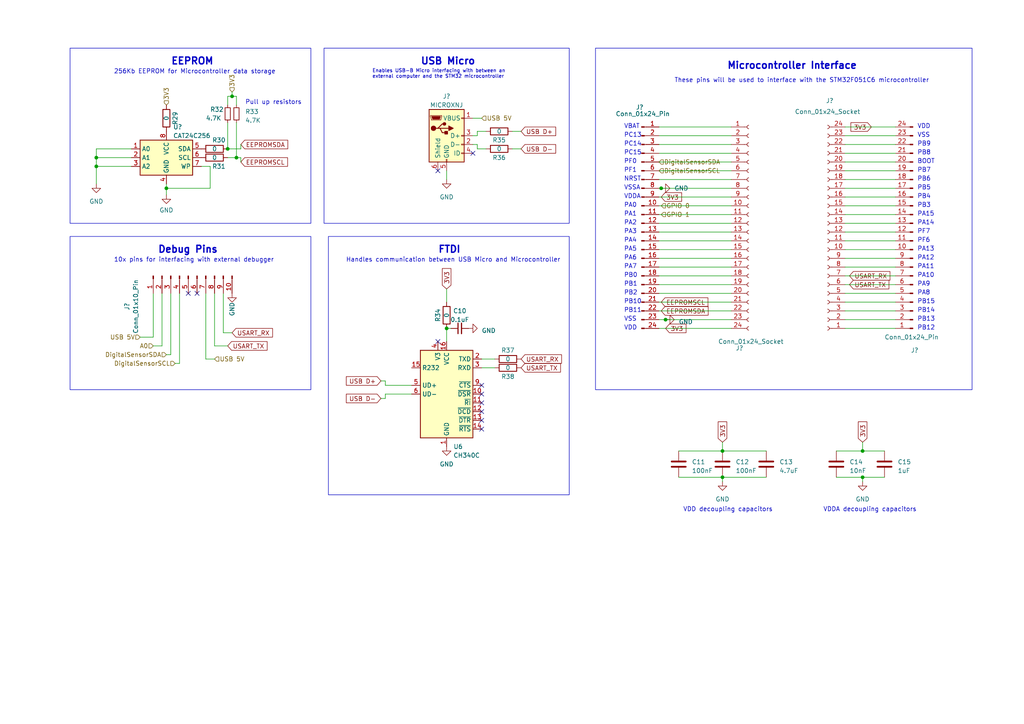
<source format=kicad_sch>
(kicad_sch (version 20230121) (generator eeschema)

  (uuid c6fae1fa-c03b-4824-9bbc-e6d6ca34daa9)

  (paper "A4")

  (title_block
    (title "Microcontroller Interfacing Module")
    (date "2023-03-12")
    (rev "2")
    (comment 1 "Group 3")
    (comment 2 "Authors: Adrian McIntosh, Simon Carthew, Michael Awe")
  )

  (lib_symbols
    (symbol "Connector:Conn_01x10_Pin" (pin_names (offset 1.016) hide) (in_bom yes) (on_board yes)
      (property "Reference" "J" (at 0 12.7 0)
        (effects (font (size 1.27 1.27)))
      )
      (property "Value" "Conn_01x10_Pin" (at 0 -15.24 0)
        (effects (font (size 1.27 1.27)))
      )
      (property "Footprint" "" (at 0 0 0)
        (effects (font (size 1.27 1.27)) hide)
      )
      (property "Datasheet" "~" (at 0 0 0)
        (effects (font (size 1.27 1.27)) hide)
      )
      (property "ki_locked" "" (at 0 0 0)
        (effects (font (size 1.27 1.27)))
      )
      (property "ki_keywords" "connector" (at 0 0 0)
        (effects (font (size 1.27 1.27)) hide)
      )
      (property "ki_description" "Generic connector, single row, 01x10, script generated" (at 0 0 0)
        (effects (font (size 1.27 1.27)) hide)
      )
      (property "ki_fp_filters" "Connector*:*_1x??_*" (at 0 0 0)
        (effects (font (size 1.27 1.27)) hide)
      )
      (symbol "Conn_01x10_Pin_1_1"
        (polyline
          (pts
            (xy 1.27 -12.7)
            (xy 0.8636 -12.7)
          )
          (stroke (width 0.1524) (type default))
          (fill (type none))
        )
        (polyline
          (pts
            (xy 1.27 -10.16)
            (xy 0.8636 -10.16)
          )
          (stroke (width 0.1524) (type default))
          (fill (type none))
        )
        (polyline
          (pts
            (xy 1.27 -7.62)
            (xy 0.8636 -7.62)
          )
          (stroke (width 0.1524) (type default))
          (fill (type none))
        )
        (polyline
          (pts
            (xy 1.27 -5.08)
            (xy 0.8636 -5.08)
          )
          (stroke (width 0.1524) (type default))
          (fill (type none))
        )
        (polyline
          (pts
            (xy 1.27 -2.54)
            (xy 0.8636 -2.54)
          )
          (stroke (width 0.1524) (type default))
          (fill (type none))
        )
        (polyline
          (pts
            (xy 1.27 0)
            (xy 0.8636 0)
          )
          (stroke (width 0.1524) (type default))
          (fill (type none))
        )
        (polyline
          (pts
            (xy 1.27 2.54)
            (xy 0.8636 2.54)
          )
          (stroke (width 0.1524) (type default))
          (fill (type none))
        )
        (polyline
          (pts
            (xy 1.27 5.08)
            (xy 0.8636 5.08)
          )
          (stroke (width 0.1524) (type default))
          (fill (type none))
        )
        (polyline
          (pts
            (xy 1.27 7.62)
            (xy 0.8636 7.62)
          )
          (stroke (width 0.1524) (type default))
          (fill (type none))
        )
        (polyline
          (pts
            (xy 1.27 10.16)
            (xy 0.8636 10.16)
          )
          (stroke (width 0.1524) (type default))
          (fill (type none))
        )
        (rectangle (start 0.8636 -12.573) (end 0 -12.827)
          (stroke (width 0.1524) (type default))
          (fill (type outline))
        )
        (rectangle (start 0.8636 -10.033) (end 0 -10.287)
          (stroke (width 0.1524) (type default))
          (fill (type outline))
        )
        (rectangle (start 0.8636 -7.493) (end 0 -7.747)
          (stroke (width 0.1524) (type default))
          (fill (type outline))
        )
        (rectangle (start 0.8636 -4.953) (end 0 -5.207)
          (stroke (width 0.1524) (type default))
          (fill (type outline))
        )
        (rectangle (start 0.8636 -2.413) (end 0 -2.667)
          (stroke (width 0.1524) (type default))
          (fill (type outline))
        )
        (rectangle (start 0.8636 0.127) (end 0 -0.127)
          (stroke (width 0.1524) (type default))
          (fill (type outline))
        )
        (rectangle (start 0.8636 2.667) (end 0 2.413)
          (stroke (width 0.1524) (type default))
          (fill (type outline))
        )
        (rectangle (start 0.8636 5.207) (end 0 4.953)
          (stroke (width 0.1524) (type default))
          (fill (type outline))
        )
        (rectangle (start 0.8636 7.747) (end 0 7.493)
          (stroke (width 0.1524) (type default))
          (fill (type outline))
        )
        (rectangle (start 0.8636 10.287) (end 0 10.033)
          (stroke (width 0.1524) (type default))
          (fill (type outline))
        )
        (pin passive line (at 5.08 10.16 180) (length 3.81)
          (name "Pin_1" (effects (font (size 1.27 1.27))))
          (number "1" (effects (font (size 1.27 1.27))))
        )
        (pin passive line (at 5.08 -12.7 180) (length 3.81)
          (name "Pin_10" (effects (font (size 1.27 1.27))))
          (number "10" (effects (font (size 1.27 1.27))))
        )
        (pin passive line (at 5.08 7.62 180) (length 3.81)
          (name "Pin_2" (effects (font (size 1.27 1.27))))
          (number "2" (effects (font (size 1.27 1.27))))
        )
        (pin passive line (at 5.08 5.08 180) (length 3.81)
          (name "Pin_3" (effects (font (size 1.27 1.27))))
          (number "3" (effects (font (size 1.27 1.27))))
        )
        (pin passive line (at 5.08 2.54 180) (length 3.81)
          (name "Pin_4" (effects (font (size 1.27 1.27))))
          (number "4" (effects (font (size 1.27 1.27))))
        )
        (pin passive line (at 5.08 0 180) (length 3.81)
          (name "Pin_5" (effects (font (size 1.27 1.27))))
          (number "5" (effects (font (size 1.27 1.27))))
        )
        (pin passive line (at 5.08 -2.54 180) (length 3.81)
          (name "Pin_6" (effects (font (size 1.27 1.27))))
          (number "6" (effects (font (size 1.27 1.27))))
        )
        (pin passive line (at 5.08 -5.08 180) (length 3.81)
          (name "Pin_7" (effects (font (size 1.27 1.27))))
          (number "7" (effects (font (size 1.27 1.27))))
        )
        (pin passive line (at 5.08 -7.62 180) (length 3.81)
          (name "Pin_8" (effects (font (size 1.27 1.27))))
          (number "8" (effects (font (size 1.27 1.27))))
        )
        (pin passive line (at 5.08 -10.16 180) (length 3.81)
          (name "Pin_9" (effects (font (size 1.27 1.27))))
          (number "9" (effects (font (size 1.27 1.27))))
        )
      )
    )
    (symbol "Connector:Conn_01x24_Pin" (pin_names (offset 1.016) hide) (in_bom yes) (on_board yes)
      (property "Reference" "J" (at 0 30.48 0)
        (effects (font (size 1.27 1.27)))
      )
      (property "Value" "Conn_01x24_Pin" (at 0 -33.02 0)
        (effects (font (size 1.27 1.27)))
      )
      (property "Footprint" "" (at 0 0 0)
        (effects (font (size 1.27 1.27)) hide)
      )
      (property "Datasheet" "~" (at 0 0 0)
        (effects (font (size 1.27 1.27)) hide)
      )
      (property "ki_locked" "" (at 0 0 0)
        (effects (font (size 1.27 1.27)))
      )
      (property "ki_keywords" "connector" (at 0 0 0)
        (effects (font (size 1.27 1.27)) hide)
      )
      (property "ki_description" "Generic connector, single row, 01x24, script generated" (at 0 0 0)
        (effects (font (size 1.27 1.27)) hide)
      )
      (property "ki_fp_filters" "Connector*:*_1x??_*" (at 0 0 0)
        (effects (font (size 1.27 1.27)) hide)
      )
      (symbol "Conn_01x24_Pin_1_1"
        (polyline
          (pts
            (xy 1.27 -30.48)
            (xy 0.8636 -30.48)
          )
          (stroke (width 0.1524) (type default))
          (fill (type none))
        )
        (polyline
          (pts
            (xy 1.27 -27.94)
            (xy 0.8636 -27.94)
          )
          (stroke (width 0.1524) (type default))
          (fill (type none))
        )
        (polyline
          (pts
            (xy 1.27 -25.4)
            (xy 0.8636 -25.4)
          )
          (stroke (width 0.1524) (type default))
          (fill (type none))
        )
        (polyline
          (pts
            (xy 1.27 -22.86)
            (xy 0.8636 -22.86)
          )
          (stroke (width 0.1524) (type default))
          (fill (type none))
        )
        (polyline
          (pts
            (xy 1.27 -20.32)
            (xy 0.8636 -20.32)
          )
          (stroke (width 0.1524) (type default))
          (fill (type none))
        )
        (polyline
          (pts
            (xy 1.27 -17.78)
            (xy 0.8636 -17.78)
          )
          (stroke (width 0.1524) (type default))
          (fill (type none))
        )
        (polyline
          (pts
            (xy 1.27 -15.24)
            (xy 0.8636 -15.24)
          )
          (stroke (width 0.1524) (type default))
          (fill (type none))
        )
        (polyline
          (pts
            (xy 1.27 -12.7)
            (xy 0.8636 -12.7)
          )
          (stroke (width 0.1524) (type default))
          (fill (type none))
        )
        (polyline
          (pts
            (xy 1.27 -10.16)
            (xy 0.8636 -10.16)
          )
          (stroke (width 0.1524) (type default))
          (fill (type none))
        )
        (polyline
          (pts
            (xy 1.27 -7.62)
            (xy 0.8636 -7.62)
          )
          (stroke (width 0.1524) (type default))
          (fill (type none))
        )
        (polyline
          (pts
            (xy 1.27 -5.08)
            (xy 0.8636 -5.08)
          )
          (stroke (width 0.1524) (type default))
          (fill (type none))
        )
        (polyline
          (pts
            (xy 1.27 -2.54)
            (xy 0.8636 -2.54)
          )
          (stroke (width 0.1524) (type default))
          (fill (type none))
        )
        (polyline
          (pts
            (xy 1.27 0)
            (xy 0.8636 0)
          )
          (stroke (width 0.1524) (type default))
          (fill (type none))
        )
        (polyline
          (pts
            (xy 1.27 2.54)
            (xy 0.8636 2.54)
          )
          (stroke (width 0.1524) (type default))
          (fill (type none))
        )
        (polyline
          (pts
            (xy 1.27 5.08)
            (xy 0.8636 5.08)
          )
          (stroke (width 0.1524) (type default))
          (fill (type none))
        )
        (polyline
          (pts
            (xy 1.27 7.62)
            (xy 0.8636 7.62)
          )
          (stroke (width 0.1524) (type default))
          (fill (type none))
        )
        (polyline
          (pts
            (xy 1.27 10.16)
            (xy 0.8636 10.16)
          )
          (stroke (width 0.1524) (type default))
          (fill (type none))
        )
        (polyline
          (pts
            (xy 1.27 12.7)
            (xy 0.8636 12.7)
          )
          (stroke (width 0.1524) (type default))
          (fill (type none))
        )
        (polyline
          (pts
            (xy 1.27 15.24)
            (xy 0.8636 15.24)
          )
          (stroke (width 0.1524) (type default))
          (fill (type none))
        )
        (polyline
          (pts
            (xy 1.27 17.78)
            (xy 0.8636 17.78)
          )
          (stroke (width 0.1524) (type default))
          (fill (type none))
        )
        (polyline
          (pts
            (xy 1.27 20.32)
            (xy 0.8636 20.32)
          )
          (stroke (width 0.1524) (type default))
          (fill (type none))
        )
        (polyline
          (pts
            (xy 1.27 22.86)
            (xy 0.8636 22.86)
          )
          (stroke (width 0.1524) (type default))
          (fill (type none))
        )
        (polyline
          (pts
            (xy 1.27 25.4)
            (xy 0.8636 25.4)
          )
          (stroke (width 0.1524) (type default))
          (fill (type none))
        )
        (polyline
          (pts
            (xy 1.27 27.94)
            (xy 0.8636 27.94)
          )
          (stroke (width 0.1524) (type default))
          (fill (type none))
        )
        (rectangle (start 0.8636 -30.353) (end 0 -30.607)
          (stroke (width 0.1524) (type default))
          (fill (type outline))
        )
        (rectangle (start 0.8636 -27.813) (end 0 -28.067)
          (stroke (width 0.1524) (type default))
          (fill (type outline))
        )
        (rectangle (start 0.8636 -25.273) (end 0 -25.527)
          (stroke (width 0.1524) (type default))
          (fill (type outline))
        )
        (rectangle (start 0.8636 -22.733) (end 0 -22.987)
          (stroke (width 0.1524) (type default))
          (fill (type outline))
        )
        (rectangle (start 0.8636 -20.193) (end 0 -20.447)
          (stroke (width 0.1524) (type default))
          (fill (type outline))
        )
        (rectangle (start 0.8636 -17.653) (end 0 -17.907)
          (stroke (width 0.1524) (type default))
          (fill (type outline))
        )
        (rectangle (start 0.8636 -15.113) (end 0 -15.367)
          (stroke (width 0.1524) (type default))
          (fill (type outline))
        )
        (rectangle (start 0.8636 -12.573) (end 0 -12.827)
          (stroke (width 0.1524) (type default))
          (fill (type outline))
        )
        (rectangle (start 0.8636 -10.033) (end 0 -10.287)
          (stroke (width 0.1524) (type default))
          (fill (type outline))
        )
        (rectangle (start 0.8636 -7.493) (end 0 -7.747)
          (stroke (width 0.1524) (type default))
          (fill (type outline))
        )
        (rectangle (start 0.8636 -4.953) (end 0 -5.207)
          (stroke (width 0.1524) (type default))
          (fill (type outline))
        )
        (rectangle (start 0.8636 -2.413) (end 0 -2.667)
          (stroke (width 0.1524) (type default))
          (fill (type outline))
        )
        (rectangle (start 0.8636 0.127) (end 0 -0.127)
          (stroke (width 0.1524) (type default))
          (fill (type outline))
        )
        (rectangle (start 0.8636 2.667) (end 0 2.413)
          (stroke (width 0.1524) (type default))
          (fill (type outline))
        )
        (rectangle (start 0.8636 5.207) (end 0 4.953)
          (stroke (width 0.1524) (type default))
          (fill (type outline))
        )
        (rectangle (start 0.8636 7.747) (end 0 7.493)
          (stroke (width 0.1524) (type default))
          (fill (type outline))
        )
        (rectangle (start 0.8636 10.287) (end 0 10.033)
          (stroke (width 0.1524) (type default))
          (fill (type outline))
        )
        (rectangle (start 0.8636 12.827) (end 0 12.573)
          (stroke (width 0.1524) (type default))
          (fill (type outline))
        )
        (rectangle (start 0.8636 15.367) (end 0 15.113)
          (stroke (width 0.1524) (type default))
          (fill (type outline))
        )
        (rectangle (start 0.8636 17.907) (end 0 17.653)
          (stroke (width 0.1524) (type default))
          (fill (type outline))
        )
        (rectangle (start 0.8636 20.447) (end 0 20.193)
          (stroke (width 0.1524) (type default))
          (fill (type outline))
        )
        (rectangle (start 0.8636 22.987) (end 0 22.733)
          (stroke (width 0.1524) (type default))
          (fill (type outline))
        )
        (rectangle (start 0.8636 25.527) (end 0 25.273)
          (stroke (width 0.1524) (type default))
          (fill (type outline))
        )
        (rectangle (start 0.8636 28.067) (end 0 27.813)
          (stroke (width 0.1524) (type default))
          (fill (type outline))
        )
        (pin passive line (at 5.08 27.94 180) (length 3.81)
          (name "Pin_1" (effects (font (size 1.27 1.27))))
          (number "1" (effects (font (size 1.27 1.27))))
        )
        (pin passive line (at 5.08 5.08 180) (length 3.81)
          (name "Pin_10" (effects (font (size 1.27 1.27))))
          (number "10" (effects (font (size 1.27 1.27))))
        )
        (pin passive line (at 5.08 2.54 180) (length 3.81)
          (name "Pin_11" (effects (font (size 1.27 1.27))))
          (number "11" (effects (font (size 1.27 1.27))))
        )
        (pin passive line (at 5.08 0 180) (length 3.81)
          (name "Pin_12" (effects (font (size 1.27 1.27))))
          (number "12" (effects (font (size 1.27 1.27))))
        )
        (pin passive line (at 5.08 -2.54 180) (length 3.81)
          (name "Pin_13" (effects (font (size 1.27 1.27))))
          (number "13" (effects (font (size 1.27 1.27))))
        )
        (pin passive line (at 5.08 -5.08 180) (length 3.81)
          (name "Pin_14" (effects (font (size 1.27 1.27))))
          (number "14" (effects (font (size 1.27 1.27))))
        )
        (pin passive line (at 5.08 -7.62 180) (length 3.81)
          (name "Pin_15" (effects (font (size 1.27 1.27))))
          (number "15" (effects (font (size 1.27 1.27))))
        )
        (pin passive line (at 5.08 -10.16 180) (length 3.81)
          (name "Pin_16" (effects (font (size 1.27 1.27))))
          (number "16" (effects (font (size 1.27 1.27))))
        )
        (pin passive line (at 5.08 -12.7 180) (length 3.81)
          (name "Pin_17" (effects (font (size 1.27 1.27))))
          (number "17" (effects (font (size 1.27 1.27))))
        )
        (pin passive line (at 5.08 -15.24 180) (length 3.81)
          (name "Pin_18" (effects (font (size 1.27 1.27))))
          (number "18" (effects (font (size 1.27 1.27))))
        )
        (pin passive line (at 5.08 -17.78 180) (length 3.81)
          (name "Pin_19" (effects (font (size 1.27 1.27))))
          (number "19" (effects (font (size 1.27 1.27))))
        )
        (pin passive line (at 5.08 25.4 180) (length 3.81)
          (name "Pin_2" (effects (font (size 1.27 1.27))))
          (number "2" (effects (font (size 1.27 1.27))))
        )
        (pin passive line (at 5.08 -20.32 180) (length 3.81)
          (name "Pin_20" (effects (font (size 1.27 1.27))))
          (number "20" (effects (font (size 1.27 1.27))))
        )
        (pin passive line (at 5.08 -22.86 180) (length 3.81)
          (name "Pin_21" (effects (font (size 1.27 1.27))))
          (number "21" (effects (font (size 1.27 1.27))))
        )
        (pin passive line (at 5.08 -25.4 180) (length 3.81)
          (name "Pin_22" (effects (font (size 1.27 1.27))))
          (number "22" (effects (font (size 1.27 1.27))))
        )
        (pin passive line (at 5.08 -27.94 180) (length 3.81)
          (name "Pin_23" (effects (font (size 1.27 1.27))))
          (number "23" (effects (font (size 1.27 1.27))))
        )
        (pin passive line (at 5.08 -30.48 180) (length 3.81)
          (name "Pin_24" (effects (font (size 1.27 1.27))))
          (number "24" (effects (font (size 1.27 1.27))))
        )
        (pin passive line (at 5.08 22.86 180) (length 3.81)
          (name "Pin_3" (effects (font (size 1.27 1.27))))
          (number "3" (effects (font (size 1.27 1.27))))
        )
        (pin passive line (at 5.08 20.32 180) (length 3.81)
          (name "Pin_4" (effects (font (size 1.27 1.27))))
          (number "4" (effects (font (size 1.27 1.27))))
        )
        (pin passive line (at 5.08 17.78 180) (length 3.81)
          (name "Pin_5" (effects (font (size 1.27 1.27))))
          (number "5" (effects (font (size 1.27 1.27))))
        )
        (pin passive line (at 5.08 15.24 180) (length 3.81)
          (name "Pin_6" (effects (font (size 1.27 1.27))))
          (number "6" (effects (font (size 1.27 1.27))))
        )
        (pin passive line (at 5.08 12.7 180) (length 3.81)
          (name "Pin_7" (effects (font (size 1.27 1.27))))
          (number "7" (effects (font (size 1.27 1.27))))
        )
        (pin passive line (at 5.08 10.16 180) (length 3.81)
          (name "Pin_8" (effects (font (size 1.27 1.27))))
          (number "8" (effects (font (size 1.27 1.27))))
        )
        (pin passive line (at 5.08 7.62 180) (length 3.81)
          (name "Pin_9" (effects (font (size 1.27 1.27))))
          (number "9" (effects (font (size 1.27 1.27))))
        )
      )
    )
    (symbol "Connector:Conn_01x24_Socket" (pin_names (offset 1.016) hide) (in_bom yes) (on_board yes)
      (property "Reference" "J" (at 0 30.48 0)
        (effects (font (size 1.27 1.27)))
      )
      (property "Value" "Conn_01x24_Socket" (at 0 -33.02 0)
        (effects (font (size 1.27 1.27)))
      )
      (property "Footprint" "" (at 0 0 0)
        (effects (font (size 1.27 1.27)) hide)
      )
      (property "Datasheet" "~" (at 0 0 0)
        (effects (font (size 1.27 1.27)) hide)
      )
      (property "ki_locked" "" (at 0 0 0)
        (effects (font (size 1.27 1.27)))
      )
      (property "ki_keywords" "connector" (at 0 0 0)
        (effects (font (size 1.27 1.27)) hide)
      )
      (property "ki_description" "Generic connector, single row, 01x24, script generated" (at 0 0 0)
        (effects (font (size 1.27 1.27)) hide)
      )
      (property "ki_fp_filters" "Connector*:*_1x??_*" (at 0 0 0)
        (effects (font (size 1.27 1.27)) hide)
      )
      (symbol "Conn_01x24_Socket_1_1"
        (arc (start 0 -29.972) (mid -0.5058 -30.48) (end 0 -30.988)
          (stroke (width 0.1524) (type default))
          (fill (type none))
        )
        (arc (start 0 -27.432) (mid -0.5058 -27.94) (end 0 -28.448)
          (stroke (width 0.1524) (type default))
          (fill (type none))
        )
        (arc (start 0 -24.892) (mid -0.5058 -25.4) (end 0 -25.908)
          (stroke (width 0.1524) (type default))
          (fill (type none))
        )
        (arc (start 0 -22.352) (mid -0.5058 -22.86) (end 0 -23.368)
          (stroke (width 0.1524) (type default))
          (fill (type none))
        )
        (arc (start 0 -19.812) (mid -0.5058 -20.32) (end 0 -20.828)
          (stroke (width 0.1524) (type default))
          (fill (type none))
        )
        (arc (start 0 -17.272) (mid -0.5058 -17.78) (end 0 -18.288)
          (stroke (width 0.1524) (type default))
          (fill (type none))
        )
        (arc (start 0 -14.732) (mid -0.5058 -15.24) (end 0 -15.748)
          (stroke (width 0.1524) (type default))
          (fill (type none))
        )
        (arc (start 0 -12.192) (mid -0.5058 -12.7) (end 0 -13.208)
          (stroke (width 0.1524) (type default))
          (fill (type none))
        )
        (arc (start 0 -9.652) (mid -0.5058 -10.16) (end 0 -10.668)
          (stroke (width 0.1524) (type default))
          (fill (type none))
        )
        (arc (start 0 -7.112) (mid -0.5058 -7.62) (end 0 -8.128)
          (stroke (width 0.1524) (type default))
          (fill (type none))
        )
        (arc (start 0 -4.572) (mid -0.5058 -5.08) (end 0 -5.588)
          (stroke (width 0.1524) (type default))
          (fill (type none))
        )
        (arc (start 0 -2.032) (mid -0.5058 -2.54) (end 0 -3.048)
          (stroke (width 0.1524) (type default))
          (fill (type none))
        )
        (polyline
          (pts
            (xy -1.27 -30.48)
            (xy -0.508 -30.48)
          )
          (stroke (width 0.1524) (type default))
          (fill (type none))
        )
        (polyline
          (pts
            (xy -1.27 -27.94)
            (xy -0.508 -27.94)
          )
          (stroke (width 0.1524) (type default))
          (fill (type none))
        )
        (polyline
          (pts
            (xy -1.27 -25.4)
            (xy -0.508 -25.4)
          )
          (stroke (width 0.1524) (type default))
          (fill (type none))
        )
        (polyline
          (pts
            (xy -1.27 -22.86)
            (xy -0.508 -22.86)
          )
          (stroke (width 0.1524) (type default))
          (fill (type none))
        )
        (polyline
          (pts
            (xy -1.27 -20.32)
            (xy -0.508 -20.32)
          )
          (stroke (width 0.1524) (type default))
          (fill (type none))
        )
        (polyline
          (pts
            (xy -1.27 -17.78)
            (xy -0.508 -17.78)
          )
          (stroke (width 0.1524) (type default))
          (fill (type none))
        )
        (polyline
          (pts
            (xy -1.27 -15.24)
            (xy -0.508 -15.24)
          )
          (stroke (width 0.1524) (type default))
          (fill (type none))
        )
        (polyline
          (pts
            (xy -1.27 -12.7)
            (xy -0.508 -12.7)
          )
          (stroke (width 0.1524) (type default))
          (fill (type none))
        )
        (polyline
          (pts
            (xy -1.27 -10.16)
            (xy -0.508 -10.16)
          )
          (stroke (width 0.1524) (type default))
          (fill (type none))
        )
        (polyline
          (pts
            (xy -1.27 -7.62)
            (xy -0.508 -7.62)
          )
          (stroke (width 0.1524) (type default))
          (fill (type none))
        )
        (polyline
          (pts
            (xy -1.27 -5.08)
            (xy -0.508 -5.08)
          )
          (stroke (width 0.1524) (type default))
          (fill (type none))
        )
        (polyline
          (pts
            (xy -1.27 -2.54)
            (xy -0.508 -2.54)
          )
          (stroke (width 0.1524) (type default))
          (fill (type none))
        )
        (polyline
          (pts
            (xy -1.27 0)
            (xy -0.508 0)
          )
          (stroke (width 0.1524) (type default))
          (fill (type none))
        )
        (polyline
          (pts
            (xy -1.27 2.54)
            (xy -0.508 2.54)
          )
          (stroke (width 0.1524) (type default))
          (fill (type none))
        )
        (polyline
          (pts
            (xy -1.27 5.08)
            (xy -0.508 5.08)
          )
          (stroke (width 0.1524) (type default))
          (fill (type none))
        )
        (polyline
          (pts
            (xy -1.27 7.62)
            (xy -0.508 7.62)
          )
          (stroke (width 0.1524) (type default))
          (fill (type none))
        )
        (polyline
          (pts
            (xy -1.27 10.16)
            (xy -0.508 10.16)
          )
          (stroke (width 0.1524) (type default))
          (fill (type none))
        )
        (polyline
          (pts
            (xy -1.27 12.7)
            (xy -0.508 12.7)
          )
          (stroke (width 0.1524) (type default))
          (fill (type none))
        )
        (polyline
          (pts
            (xy -1.27 15.24)
            (xy -0.508 15.24)
          )
          (stroke (width 0.1524) (type default))
          (fill (type none))
        )
        (polyline
          (pts
            (xy -1.27 17.78)
            (xy -0.508 17.78)
          )
          (stroke (width 0.1524) (type default))
          (fill (type none))
        )
        (polyline
          (pts
            (xy -1.27 20.32)
            (xy -0.508 20.32)
          )
          (stroke (width 0.1524) (type default))
          (fill (type none))
        )
        (polyline
          (pts
            (xy -1.27 22.86)
            (xy -0.508 22.86)
          )
          (stroke (width 0.1524) (type default))
          (fill (type none))
        )
        (polyline
          (pts
            (xy -1.27 25.4)
            (xy -0.508 25.4)
          )
          (stroke (width 0.1524) (type default))
          (fill (type none))
        )
        (polyline
          (pts
            (xy -1.27 27.94)
            (xy -0.508 27.94)
          )
          (stroke (width 0.1524) (type default))
          (fill (type none))
        )
        (arc (start 0 0.508) (mid -0.5058 0) (end 0 -0.508)
          (stroke (width 0.1524) (type default))
          (fill (type none))
        )
        (arc (start 0 3.048) (mid -0.5058 2.54) (end 0 2.032)
          (stroke (width 0.1524) (type default))
          (fill (type none))
        )
        (arc (start 0 5.588) (mid -0.5058 5.08) (end 0 4.572)
          (stroke (width 0.1524) (type default))
          (fill (type none))
        )
        (arc (start 0 8.128) (mid -0.5058 7.62) (end 0 7.112)
          (stroke (width 0.1524) (type default))
          (fill (type none))
        )
        (arc (start 0 10.668) (mid -0.5058 10.16) (end 0 9.652)
          (stroke (width 0.1524) (type default))
          (fill (type none))
        )
        (arc (start 0 13.208) (mid -0.5058 12.7) (end 0 12.192)
          (stroke (width 0.1524) (type default))
          (fill (type none))
        )
        (arc (start 0 15.748) (mid -0.5058 15.24) (end 0 14.732)
          (stroke (width 0.1524) (type default))
          (fill (type none))
        )
        (arc (start 0 18.288) (mid -0.5058 17.78) (end 0 17.272)
          (stroke (width 0.1524) (type default))
          (fill (type none))
        )
        (arc (start 0 20.828) (mid -0.5058 20.32) (end 0 19.812)
          (stroke (width 0.1524) (type default))
          (fill (type none))
        )
        (arc (start 0 23.368) (mid -0.5058 22.86) (end 0 22.352)
          (stroke (width 0.1524) (type default))
          (fill (type none))
        )
        (arc (start 0 25.908) (mid -0.5058 25.4) (end 0 24.892)
          (stroke (width 0.1524) (type default))
          (fill (type none))
        )
        (arc (start 0 28.448) (mid -0.5058 27.94) (end 0 27.432)
          (stroke (width 0.1524) (type default))
          (fill (type none))
        )
        (pin passive line (at -5.08 27.94 0) (length 3.81)
          (name "Pin_1" (effects (font (size 1.27 1.27))))
          (number "1" (effects (font (size 1.27 1.27))))
        )
        (pin passive line (at -5.08 5.08 0) (length 3.81)
          (name "Pin_10" (effects (font (size 1.27 1.27))))
          (number "10" (effects (font (size 1.27 1.27))))
        )
        (pin passive line (at -5.08 2.54 0) (length 3.81)
          (name "Pin_11" (effects (font (size 1.27 1.27))))
          (number "11" (effects (font (size 1.27 1.27))))
        )
        (pin passive line (at -5.08 0 0) (length 3.81)
          (name "Pin_12" (effects (font (size 1.27 1.27))))
          (number "12" (effects (font (size 1.27 1.27))))
        )
        (pin passive line (at -5.08 -2.54 0) (length 3.81)
          (name "Pin_13" (effects (font (size 1.27 1.27))))
          (number "13" (effects (font (size 1.27 1.27))))
        )
        (pin passive line (at -5.08 -5.08 0) (length 3.81)
          (name "Pin_14" (effects (font (size 1.27 1.27))))
          (number "14" (effects (font (size 1.27 1.27))))
        )
        (pin passive line (at -5.08 -7.62 0) (length 3.81)
          (name "Pin_15" (effects (font (size 1.27 1.27))))
          (number "15" (effects (font (size 1.27 1.27))))
        )
        (pin passive line (at -5.08 -10.16 0) (length 3.81)
          (name "Pin_16" (effects (font (size 1.27 1.27))))
          (number "16" (effects (font (size 1.27 1.27))))
        )
        (pin passive line (at -5.08 -12.7 0) (length 3.81)
          (name "Pin_17" (effects (font (size 1.27 1.27))))
          (number "17" (effects (font (size 1.27 1.27))))
        )
        (pin passive line (at -5.08 -15.24 0) (length 3.81)
          (name "Pin_18" (effects (font (size 1.27 1.27))))
          (number "18" (effects (font (size 1.27 1.27))))
        )
        (pin passive line (at -5.08 -17.78 0) (length 3.81)
          (name "Pin_19" (effects (font (size 1.27 1.27))))
          (number "19" (effects (font (size 1.27 1.27))))
        )
        (pin passive line (at -5.08 25.4 0) (length 3.81)
          (name "Pin_2" (effects (font (size 1.27 1.27))))
          (number "2" (effects (font (size 1.27 1.27))))
        )
        (pin passive line (at -5.08 -20.32 0) (length 3.81)
          (name "Pin_20" (effects (font (size 1.27 1.27))))
          (number "20" (effects (font (size 1.27 1.27))))
        )
        (pin passive line (at -5.08 -22.86 0) (length 3.81)
          (name "Pin_21" (effects (font (size 1.27 1.27))))
          (number "21" (effects (font (size 1.27 1.27))))
        )
        (pin passive line (at -5.08 -25.4 0) (length 3.81)
          (name "Pin_22" (effects (font (size 1.27 1.27))))
          (number "22" (effects (font (size 1.27 1.27))))
        )
        (pin passive line (at -5.08 -27.94 0) (length 3.81)
          (name "Pin_23" (effects (font (size 1.27 1.27))))
          (number "23" (effects (font (size 1.27 1.27))))
        )
        (pin passive line (at -5.08 -30.48 0) (length 3.81)
          (name "Pin_24" (effects (font (size 1.27 1.27))))
          (number "24" (effects (font (size 1.27 1.27))))
        )
        (pin passive line (at -5.08 22.86 0) (length 3.81)
          (name "Pin_3" (effects (font (size 1.27 1.27))))
          (number "3" (effects (font (size 1.27 1.27))))
        )
        (pin passive line (at -5.08 20.32 0) (length 3.81)
          (name "Pin_4" (effects (font (size 1.27 1.27))))
          (number "4" (effects (font (size 1.27 1.27))))
        )
        (pin passive line (at -5.08 17.78 0) (length 3.81)
          (name "Pin_5" (effects (font (size 1.27 1.27))))
          (number "5" (effects (font (size 1.27 1.27))))
        )
        (pin passive line (at -5.08 15.24 0) (length 3.81)
          (name "Pin_6" (effects (font (size 1.27 1.27))))
          (number "6" (effects (font (size 1.27 1.27))))
        )
        (pin passive line (at -5.08 12.7 0) (length 3.81)
          (name "Pin_7" (effects (font (size 1.27 1.27))))
          (number "7" (effects (font (size 1.27 1.27))))
        )
        (pin passive line (at -5.08 10.16 0) (length 3.81)
          (name "Pin_8" (effects (font (size 1.27 1.27))))
          (number "8" (effects (font (size 1.27 1.27))))
        )
        (pin passive line (at -5.08 7.62 0) (length 3.81)
          (name "Pin_9" (effects (font (size 1.27 1.27))))
          (number "9" (effects (font (size 1.27 1.27))))
        )
      )
    )
    (symbol "Connector:USB_B_Micro" (pin_names (offset 1.016)) (in_bom yes) (on_board yes)
      (property "Reference" "J" (at -5.08 11.43 0)
        (effects (font (size 1.27 1.27)) (justify left))
      )
      (property "Value" "USB_B_Micro" (at -5.08 8.89 0)
        (effects (font (size 1.27 1.27)) (justify left))
      )
      (property "Footprint" "" (at 3.81 -1.27 0)
        (effects (font (size 1.27 1.27)) hide)
      )
      (property "Datasheet" "~" (at 3.81 -1.27 0)
        (effects (font (size 1.27 1.27)) hide)
      )
      (property "ki_keywords" "connector USB micro" (at 0 0 0)
        (effects (font (size 1.27 1.27)) hide)
      )
      (property "ki_description" "USB Micro Type B connector" (at 0 0 0)
        (effects (font (size 1.27 1.27)) hide)
      )
      (property "ki_fp_filters" "USB*" (at 0 0 0)
        (effects (font (size 1.27 1.27)) hide)
      )
      (symbol "USB_B_Micro_0_1"
        (rectangle (start -5.08 -7.62) (end 5.08 7.62)
          (stroke (width 0.254) (type default))
          (fill (type background))
        )
        (circle (center -3.81 2.159) (radius 0.635)
          (stroke (width 0.254) (type default))
          (fill (type outline))
        )
        (circle (center -0.635 3.429) (radius 0.381)
          (stroke (width 0.254) (type default))
          (fill (type outline))
        )
        (rectangle (start -0.127 -7.62) (end 0.127 -6.858)
          (stroke (width 0) (type default))
          (fill (type none))
        )
        (polyline
          (pts
            (xy -1.905 2.159)
            (xy 0.635 2.159)
          )
          (stroke (width 0.254) (type default))
          (fill (type none))
        )
        (polyline
          (pts
            (xy -3.175 2.159)
            (xy -2.54 2.159)
            (xy -1.27 3.429)
            (xy -0.635 3.429)
          )
          (stroke (width 0.254) (type default))
          (fill (type none))
        )
        (polyline
          (pts
            (xy -2.54 2.159)
            (xy -1.905 2.159)
            (xy -1.27 0.889)
            (xy 0 0.889)
          )
          (stroke (width 0.254) (type default))
          (fill (type none))
        )
        (polyline
          (pts
            (xy 0.635 2.794)
            (xy 0.635 1.524)
            (xy 1.905 2.159)
            (xy 0.635 2.794)
          )
          (stroke (width 0.254) (type default))
          (fill (type outline))
        )
        (polyline
          (pts
            (xy -4.318 5.588)
            (xy -1.778 5.588)
            (xy -2.032 4.826)
            (xy -4.064 4.826)
            (xy -4.318 5.588)
          )
          (stroke (width 0) (type default))
          (fill (type outline))
        )
        (polyline
          (pts
            (xy -4.699 5.842)
            (xy -4.699 5.588)
            (xy -4.445 4.826)
            (xy -4.445 4.572)
            (xy -1.651 4.572)
            (xy -1.651 4.826)
            (xy -1.397 5.588)
            (xy -1.397 5.842)
            (xy -4.699 5.842)
          )
          (stroke (width 0) (type default))
          (fill (type none))
        )
        (rectangle (start 0.254 1.27) (end -0.508 0.508)
          (stroke (width 0.254) (type default))
          (fill (type outline))
        )
        (rectangle (start 5.08 -5.207) (end 4.318 -4.953)
          (stroke (width 0) (type default))
          (fill (type none))
        )
        (rectangle (start 5.08 -2.667) (end 4.318 -2.413)
          (stroke (width 0) (type default))
          (fill (type none))
        )
        (rectangle (start 5.08 -0.127) (end 4.318 0.127)
          (stroke (width 0) (type default))
          (fill (type none))
        )
        (rectangle (start 5.08 4.953) (end 4.318 5.207)
          (stroke (width 0) (type default))
          (fill (type none))
        )
      )
      (symbol "USB_B_Micro_1_1"
        (pin power_out line (at 7.62 5.08 180) (length 2.54)
          (name "VBUS" (effects (font (size 1.27 1.27))))
          (number "1" (effects (font (size 1.27 1.27))))
        )
        (pin bidirectional line (at 7.62 -2.54 180) (length 2.54)
          (name "D-" (effects (font (size 1.27 1.27))))
          (number "2" (effects (font (size 1.27 1.27))))
        )
        (pin bidirectional line (at 7.62 0 180) (length 2.54)
          (name "D+" (effects (font (size 1.27 1.27))))
          (number "3" (effects (font (size 1.27 1.27))))
        )
        (pin passive line (at 7.62 -5.08 180) (length 2.54)
          (name "ID" (effects (font (size 1.27 1.27))))
          (number "4" (effects (font (size 1.27 1.27))))
        )
        (pin power_out line (at 0 -10.16 90) (length 2.54)
          (name "GND" (effects (font (size 1.27 1.27))))
          (number "5" (effects (font (size 1.27 1.27))))
        )
        (pin passive line (at -2.54 -10.16 90) (length 2.54)
          (name "Shield" (effects (font (size 1.27 1.27))))
          (number "6" (effects (font (size 1.27 1.27))))
        )
      )
    )
    (symbol "Device:C" (pin_numbers hide) (pin_names (offset 0.254)) (in_bom yes) (on_board yes)
      (property "Reference" "C" (at 0.635 2.54 0)
        (effects (font (size 1.27 1.27)) (justify left))
      )
      (property "Value" "C" (at 0.635 -2.54 0)
        (effects (font (size 1.27 1.27)) (justify left))
      )
      (property "Footprint" "" (at 0.9652 -3.81 0)
        (effects (font (size 1.27 1.27)) hide)
      )
      (property "Datasheet" "~" (at 0 0 0)
        (effects (font (size 1.27 1.27)) hide)
      )
      (property "ki_keywords" "cap capacitor" (at 0 0 0)
        (effects (font (size 1.27 1.27)) hide)
      )
      (property "ki_description" "Unpolarized capacitor" (at 0 0 0)
        (effects (font (size 1.27 1.27)) hide)
      )
      (property "ki_fp_filters" "C_*" (at 0 0 0)
        (effects (font (size 1.27 1.27)) hide)
      )
      (symbol "C_0_1"
        (polyline
          (pts
            (xy -2.032 -0.762)
            (xy 2.032 -0.762)
          )
          (stroke (width 0.508) (type default))
          (fill (type none))
        )
        (polyline
          (pts
            (xy -2.032 0.762)
            (xy 2.032 0.762)
          )
          (stroke (width 0.508) (type default))
          (fill (type none))
        )
      )
      (symbol "C_1_1"
        (pin passive line (at 0 3.81 270) (length 2.794)
          (name "~" (effects (font (size 1.27 1.27))))
          (number "1" (effects (font (size 1.27 1.27))))
        )
        (pin passive line (at 0 -3.81 90) (length 2.794)
          (name "~" (effects (font (size 1.27 1.27))))
          (number "2" (effects (font (size 1.27 1.27))))
        )
      )
    )
    (symbol "Device:C_Small" (pin_numbers hide) (pin_names (offset 0.254) hide) (in_bom yes) (on_board yes)
      (property "Reference" "C" (at 0.254 1.778 0)
        (effects (font (size 1.27 1.27)) (justify left))
      )
      (property "Value" "C_Small" (at 0.254 -2.032 0)
        (effects (font (size 1.27 1.27)) (justify left))
      )
      (property "Footprint" "" (at 0 0 0)
        (effects (font (size 1.27 1.27)) hide)
      )
      (property "Datasheet" "~" (at 0 0 0)
        (effects (font (size 1.27 1.27)) hide)
      )
      (property "ki_keywords" "capacitor cap" (at 0 0 0)
        (effects (font (size 1.27 1.27)) hide)
      )
      (property "ki_description" "Unpolarized capacitor, small symbol" (at 0 0 0)
        (effects (font (size 1.27 1.27)) hide)
      )
      (property "ki_fp_filters" "C_*" (at 0 0 0)
        (effects (font (size 1.27 1.27)) hide)
      )
      (symbol "C_Small_0_1"
        (polyline
          (pts
            (xy -1.524 -0.508)
            (xy 1.524 -0.508)
          )
          (stroke (width 0.3302) (type default))
          (fill (type none))
        )
        (polyline
          (pts
            (xy -1.524 0.508)
            (xy 1.524 0.508)
          )
          (stroke (width 0.3048) (type default))
          (fill (type none))
        )
      )
      (symbol "C_Small_1_1"
        (pin passive line (at 0 2.54 270) (length 2.032)
          (name "~" (effects (font (size 1.27 1.27))))
          (number "1" (effects (font (size 1.27 1.27))))
        )
        (pin passive line (at 0 -2.54 90) (length 2.032)
          (name "~" (effects (font (size 1.27 1.27))))
          (number "2" (effects (font (size 1.27 1.27))))
        )
      )
    )
    (symbol "Device:R" (pin_numbers hide) (pin_names (offset 0)) (in_bom yes) (on_board yes)
      (property "Reference" "R" (at 2.032 0 90)
        (effects (font (size 1.27 1.27)))
      )
      (property "Value" "R" (at 0 0 90)
        (effects (font (size 1.27 1.27)))
      )
      (property "Footprint" "" (at -1.778 0 90)
        (effects (font (size 1.27 1.27)) hide)
      )
      (property "Datasheet" "~" (at 0 0 0)
        (effects (font (size 1.27 1.27)) hide)
      )
      (property "ki_keywords" "R res resistor" (at 0 0 0)
        (effects (font (size 1.27 1.27)) hide)
      )
      (property "ki_description" "Resistor" (at 0 0 0)
        (effects (font (size 1.27 1.27)) hide)
      )
      (property "ki_fp_filters" "R_*" (at 0 0 0)
        (effects (font (size 1.27 1.27)) hide)
      )
      (symbol "R_0_1"
        (rectangle (start -1.016 -2.54) (end 1.016 2.54)
          (stroke (width 0.254) (type default))
          (fill (type none))
        )
      )
      (symbol "R_1_1"
        (pin passive line (at 0 3.81 270) (length 1.27)
          (name "~" (effects (font (size 1.27 1.27))))
          (number "1" (effects (font (size 1.27 1.27))))
        )
        (pin passive line (at 0 -3.81 90) (length 1.27)
          (name "~" (effects (font (size 1.27 1.27))))
          (number "2" (effects (font (size 1.27 1.27))))
        )
      )
    )
    (symbol "Device:R_Small" (pin_numbers hide) (pin_names (offset 0.254) hide) (in_bom yes) (on_board yes)
      (property "Reference" "R" (at 0.762 0.508 0)
        (effects (font (size 1.27 1.27)) (justify left))
      )
      (property "Value" "R_Small" (at 0.762 -1.016 0)
        (effects (font (size 1.27 1.27)) (justify left))
      )
      (property "Footprint" "" (at 0 0 0)
        (effects (font (size 1.27 1.27)) hide)
      )
      (property "Datasheet" "~" (at 0 0 0)
        (effects (font (size 1.27 1.27)) hide)
      )
      (property "ki_keywords" "R resistor" (at 0 0 0)
        (effects (font (size 1.27 1.27)) hide)
      )
      (property "ki_description" "Resistor, small symbol" (at 0 0 0)
        (effects (font (size 1.27 1.27)) hide)
      )
      (property "ki_fp_filters" "R_*" (at 0 0 0)
        (effects (font (size 1.27 1.27)) hide)
      )
      (symbol "R_Small_0_1"
        (rectangle (start -0.762 1.778) (end 0.762 -1.778)
          (stroke (width 0.2032) (type default))
          (fill (type none))
        )
      )
      (symbol "R_Small_1_1"
        (pin passive line (at 0 2.54 270) (length 0.762)
          (name "~" (effects (font (size 1.27 1.27))))
          (number "1" (effects (font (size 1.27 1.27))))
        )
        (pin passive line (at 0 -2.54 90) (length 0.762)
          (name "~" (effects (font (size 1.27 1.27))))
          (number "2" (effects (font (size 1.27 1.27))))
        )
      )
    )
    (symbol "Interface_USB:CH340C" (in_bom yes) (on_board yes)
      (property "Reference" "U" (at -5.08 13.97 0)
        (effects (font (size 1.27 1.27)) (justify right))
      )
      (property "Value" "CH340C" (at 1.27 13.97 0)
        (effects (font (size 1.27 1.27)) (justify left))
      )
      (property "Footprint" "Package_SO:SOIC-16_3.9x9.9mm_P1.27mm" (at 1.27 -13.97 0)
        (effects (font (size 1.27 1.27)) (justify left) hide)
      )
      (property "Datasheet" "https://datasheet.lcsc.com/szlcsc/Jiangsu-Qin-Heng-CH340C_C84681.pdf" (at -8.89 20.32 0)
        (effects (font (size 1.27 1.27)) hide)
      )
      (property "ki_keywords" "USB UART Serial Converter Interface" (at 0 0 0)
        (effects (font (size 1.27 1.27)) hide)
      )
      (property "ki_description" "USB serial converter, UART, SOIC-16" (at 0 0 0)
        (effects (font (size 1.27 1.27)) hide)
      )
      (property "ki_fp_filters" "SOIC*3.9x9.9mm*P1.27mm*" (at 0 0 0)
        (effects (font (size 1.27 1.27)) hide)
      )
      (symbol "CH340C_0_1"
        (rectangle (start -7.62 12.7) (end 7.62 -12.7)
          (stroke (width 0.254) (type default))
          (fill (type background))
        )
      )
      (symbol "CH340C_1_1"
        (pin power_in line (at 0 -15.24 90) (length 2.54)
          (name "GND" (effects (font (size 1.27 1.27))))
          (number "1" (effects (font (size 1.27 1.27))))
        )
        (pin input line (at 10.16 0 180) (length 2.54)
          (name "~{DSR}" (effects (font (size 1.27 1.27))))
          (number "10" (effects (font (size 1.27 1.27))))
        )
        (pin input line (at 10.16 -2.54 180) (length 2.54)
          (name "~{RI}" (effects (font (size 1.27 1.27))))
          (number "11" (effects (font (size 1.27 1.27))))
        )
        (pin input line (at 10.16 -5.08 180) (length 2.54)
          (name "~{DCD}" (effects (font (size 1.27 1.27))))
          (number "12" (effects (font (size 1.27 1.27))))
        )
        (pin output line (at 10.16 -7.62 180) (length 2.54)
          (name "~{DTR}" (effects (font (size 1.27 1.27))))
          (number "13" (effects (font (size 1.27 1.27))))
        )
        (pin output line (at 10.16 -10.16 180) (length 2.54)
          (name "~{RTS}" (effects (font (size 1.27 1.27))))
          (number "14" (effects (font (size 1.27 1.27))))
        )
        (pin input line (at -10.16 7.62 0) (length 2.54)
          (name "R232" (effects (font (size 1.27 1.27))))
          (number "15" (effects (font (size 1.27 1.27))))
        )
        (pin power_in line (at 0 15.24 270) (length 2.54)
          (name "VCC" (effects (font (size 1.27 1.27))))
          (number "16" (effects (font (size 1.27 1.27))))
        )
        (pin output line (at 10.16 10.16 180) (length 2.54)
          (name "TXD" (effects (font (size 1.27 1.27))))
          (number "2" (effects (font (size 1.27 1.27))))
        )
        (pin input line (at 10.16 7.62 180) (length 2.54)
          (name "RXD" (effects (font (size 1.27 1.27))))
          (number "3" (effects (font (size 1.27 1.27))))
        )
        (pin passive line (at -2.54 15.24 270) (length 2.54)
          (name "V3" (effects (font (size 1.27 1.27))))
          (number "4" (effects (font (size 1.27 1.27))))
        )
        (pin bidirectional line (at -10.16 2.54 0) (length 2.54)
          (name "UD+" (effects (font (size 1.27 1.27))))
          (number "5" (effects (font (size 1.27 1.27))))
        )
        (pin bidirectional line (at -10.16 0 0) (length 2.54)
          (name "UD-" (effects (font (size 1.27 1.27))))
          (number "6" (effects (font (size 1.27 1.27))))
        )
        (pin no_connect line (at -7.62 -7.62 0) (length 2.54) hide
          (name "NC" (effects (font (size 1.27 1.27))))
          (number "7" (effects (font (size 1.27 1.27))))
        )
        (pin no_connect line (at -7.62 -10.16 0) (length 2.54) hide
          (name "NC" (effects (font (size 1.27 1.27))))
          (number "8" (effects (font (size 1.27 1.27))))
        )
        (pin input line (at 10.16 2.54 180) (length 2.54)
          (name "~{CTS}" (effects (font (size 1.27 1.27))))
          (number "9" (effects (font (size 1.27 1.27))))
        )
      )
    )
    (symbol "Memory_EEPROM:CAT24C256" (in_bom yes) (on_board yes)
      (property "Reference" "U" (at -6.35 6.35 0)
        (effects (font (size 1.27 1.27)))
      )
      (property "Value" "CAT24C256" (at 1.27 6.35 0)
        (effects (font (size 1.27 1.27)) (justify left))
      )
      (property "Footprint" "" (at 0 0 0)
        (effects (font (size 1.27 1.27)) hide)
      )
      (property "Datasheet" "https://www.onsemi.cn/PowerSolutions/document/CAT24C256-D.PDF" (at 0 0 0)
        (effects (font (size 1.27 1.27)) hide)
      )
      (property "ki_keywords" "I2C EEPROM Serial 256kb" (at 0 0 0)
        (effects (font (size 1.27 1.27)) hide)
      )
      (property "ki_description" "256 kb CMOS Serial EEPROM, DIP-8/SOIC-8/TSSOP-8/DFN-8" (at 0 0 0)
        (effects (font (size 1.27 1.27)) hide)
      )
      (property "ki_fp_filters" "DIP*W7.62mm* SOIC*3.9x4.9mm* TSSOP*4.4x3mm*P0.65mm* DFN*3x2mm*P0.5mm*" (at 0 0 0)
        (effects (font (size 1.27 1.27)) hide)
      )
      (symbol "CAT24C256_1_1"
        (rectangle (start -7.62 5.08) (end 7.62 -5.08)
          (stroke (width 0.254) (type default))
          (fill (type background))
        )
        (pin input line (at -10.16 2.54 0) (length 2.54)
          (name "A0" (effects (font (size 1.27 1.27))))
          (number "1" (effects (font (size 1.27 1.27))))
        )
        (pin input line (at -10.16 0 0) (length 2.54)
          (name "A1" (effects (font (size 1.27 1.27))))
          (number "2" (effects (font (size 1.27 1.27))))
        )
        (pin input line (at -10.16 -2.54 0) (length 2.54)
          (name "A2" (effects (font (size 1.27 1.27))))
          (number "3" (effects (font (size 1.27 1.27))))
        )
        (pin power_in line (at 0 -7.62 90) (length 2.54)
          (name "GND" (effects (font (size 1.27 1.27))))
          (number "4" (effects (font (size 1.27 1.27))))
        )
        (pin bidirectional line (at 10.16 2.54 180) (length 2.54)
          (name "SDA" (effects (font (size 1.27 1.27))))
          (number "5" (effects (font (size 1.27 1.27))))
        )
        (pin input line (at 10.16 0 180) (length 2.54)
          (name "SCL" (effects (font (size 1.27 1.27))))
          (number "6" (effects (font (size 1.27 1.27))))
        )
        (pin input line (at 10.16 -2.54 180) (length 2.54)
          (name "WP" (effects (font (size 1.27 1.27))))
          (number "7" (effects (font (size 1.27 1.27))))
        )
        (pin power_in line (at 0 7.62 270) (length 2.54)
          (name "VCC" (effects (font (size 1.27 1.27))))
          (number "8" (effects (font (size 1.27 1.27))))
        )
      )
    )
    (symbol "power:GND" (power) (pin_names (offset 0)) (in_bom yes) (on_board yes)
      (property "Reference" "#PWR" (at 0 -6.35 0)
        (effects (font (size 1.27 1.27)) hide)
      )
      (property "Value" "GND" (at 0 -3.81 0)
        (effects (font (size 1.27 1.27)))
      )
      (property "Footprint" "" (at 0 0 0)
        (effects (font (size 1.27 1.27)) hide)
      )
      (property "Datasheet" "" (at 0 0 0)
        (effects (font (size 1.27 1.27)) hide)
      )
      (property "ki_keywords" "global power" (at 0 0 0)
        (effects (font (size 1.27 1.27)) hide)
      )
      (property "ki_description" "Power symbol creates a global label with name \"GND\" , ground" (at 0 0 0)
        (effects (font (size 1.27 1.27)) hide)
      )
      (symbol "GND_0_1"
        (polyline
          (pts
            (xy 0 0)
            (xy 0 -1.27)
            (xy 1.27 -1.27)
            (xy 0 -2.54)
            (xy -1.27 -1.27)
            (xy 0 -1.27)
          )
          (stroke (width 0) (type default))
          (fill (type none))
        )
      )
      (symbol "GND_1_1"
        (pin power_in line (at 0 0 270) (length 0) hide
          (name "GND" (effects (font (size 1.27 1.27))))
          (number "1" (effects (font (size 1.27 1.27))))
        )
      )
    )
  )


  (junction (at 48.26 54.61) (diameter 0) (color 0 0 0 0)
    (uuid 066bf32c-bb24-4711-974a-0257e018911e)
  )
  (junction (at 193.04 92.71) (diameter 0) (color 0 0 0 0)
    (uuid 0e784ca9-6751-4596-8e3a-27364ee1c9a5)
  )
  (junction (at 250.19 130.81) (diameter 0) (color 0 0 0 0)
    (uuid 3081e24b-3565-4b9f-af7b-999351c5a4e0)
  )
  (junction (at 129.54 95.25) (diameter 0) (color 0 0 0 0)
    (uuid 34f6f61a-4c88-48e5-937f-05310b980609)
  )
  (junction (at 68.58 45.72) (diameter 0) (color 0 0 0 0)
    (uuid 71cd409f-807e-4406-9e50-a86d4adb530f)
  )
  (junction (at 67.31 27.94) (diameter 0) (color 0 0 0 0)
    (uuid 8a32a916-8501-4c69-93d1-2aab1aae7bdb)
  )
  (junction (at 27.94 48.26) (diameter 0) (color 0 0 0 0)
    (uuid 8ce24bb1-e73a-4ef2-b2ff-626417c9769c)
  )
  (junction (at 209.55 130.81) (diameter 0) (color 0 0 0 0)
    (uuid 9eb701e6-0f24-4a4c-8359-d609e31278fa)
  )
  (junction (at 191.77 54.61) (diameter 0) (color 0 0 0 0)
    (uuid a604e531-daa8-48cc-9a50-e9e167c3475a)
  )
  (junction (at 66.04 43.18) (diameter 0) (color 0 0 0 0)
    (uuid a80d563e-ab21-4fa4-a46a-a9023b16caad)
  )
  (junction (at 27.94 45.72) (diameter 0) (color 0 0 0 0)
    (uuid c05910c5-6ed9-4491-a603-e58855d9e4f6)
  )
  (junction (at 209.55 138.43) (diameter 0) (color 0 0 0 0)
    (uuid c6f28020-c8e8-493a-a074-714f7a4fe338)
  )
  (junction (at 250.19 138.43) (diameter 0) (color 0 0 0 0)
    (uuid dc4b10d2-be18-40bf-b9e1-820a08da7cdc)
  )

  (no_connect (at 54.61 85.09) (uuid 3a210a6c-81e6-42a0-9566-9f42aaa8d75c))
  (no_connect (at 127 99.06) (uuid 46fb2c5c-bce5-40ad-a94f-ea051518739f))
  (no_connect (at 139.7 124.46) (uuid 50ba061d-a788-4fa4-8e0c-f75d43305d44))
  (no_connect (at 139.7 119.38) (uuid 6af7872a-dc5d-4bb7-b748-a62aa77b316e))
  (no_connect (at 139.7 114.3) (uuid 6efef39e-cadd-48d6-bbaa-06ed81437ebd))
  (no_connect (at 127 49.53) (uuid 7326b34c-29cd-4fda-a412-b2038dc0f4af))
  (no_connect (at 137.16 44.45) (uuid 7e7e3c37-bce6-40b3-9467-03c31f75f37b))
  (no_connect (at 139.7 111.76) (uuid 8ba19a0a-223a-440c-9b82-97d48f5773e3))
  (no_connect (at 139.7 121.92) (uuid 8d9a22f3-c2e9-4a8e-95b4-8fa16d313e06))
  (no_connect (at 57.15 85.09) (uuid eb68e665-27d8-4c45-80ae-3f3a4fe0c64c))
  (no_connect (at 139.7 116.84) (uuid f509a222-4c72-4573-a6a6-fa07b78b847d))

  (wire (pts (xy 44.45 100.33) (xy 46.99 100.33))
    (stroke (width 0) (type default))
    (uuid 00b6ac99-64ce-4c30-b003-e0e16911af0e)
  )
  (wire (pts (xy 245.11 36.83) (xy 259.715 36.83))
    (stroke (width 0) (type default))
    (uuid 0150d60a-6f1e-452e-ab58-498342f7ba85)
  )
  (wire (pts (xy 191.135 41.91) (xy 212.09 41.91))
    (stroke (width 0) (type default))
    (uuid 0360335d-5ab7-4c3e-948b-1fc904171361)
  )
  (wire (pts (xy 40.64 97.79) (xy 44.45 97.79))
    (stroke (width 0) (type default))
    (uuid 045eb894-7db3-481f-b8e3-a8d87f235ea9)
  )
  (wire (pts (xy 191.135 52.07) (xy 212.09 52.07))
    (stroke (width 0) (type default))
    (uuid 048082fd-5fd2-4ba9-b14a-81b9e70b8bde)
  )
  (wire (pts (xy 60.96 48.26) (xy 60.96 54.61))
    (stroke (width 0) (type default))
    (uuid 0de3f636-74e3-4aff-999d-a36e5933374d)
  )
  (wire (pts (xy 245.11 69.85) (xy 259.715 69.85))
    (stroke (width 0) (type default))
    (uuid 0e729ceb-ce4a-42e6-9626-cb12af9f9d78)
  )
  (wire (pts (xy 245.11 54.61) (xy 259.715 54.61))
    (stroke (width 0) (type default))
    (uuid 0f872eac-e1cb-4e97-8d78-2970a5f92f3f)
  )
  (wire (pts (xy 250.19 138.43) (xy 256.54 138.43))
    (stroke (width 0) (type default))
    (uuid 131a7ed9-ba3b-4864-90c6-5bdffc7ab739)
  )
  (wire (pts (xy 138.43 43.18) (xy 138.43 41.91))
    (stroke (width 0) (type default))
    (uuid 1349b418-7cdd-4666-af5a-dd83cbbfe822)
  )
  (wire (pts (xy 245.11 62.23) (xy 259.715 62.23))
    (stroke (width 0) (type default))
    (uuid 14307b00-ea69-4ab2-88d8-3640dc2d892a)
  )
  (wire (pts (xy 191.135 46.99) (xy 212.09 46.99))
    (stroke (width 0) (type default))
    (uuid 15f9f175-7ac1-4a1c-acdd-4b26c7a86a27)
  )
  (wire (pts (xy 191.135 72.39) (xy 212.09 72.39))
    (stroke (width 0) (type default))
    (uuid 161f5d36-9c19-4bbc-918e-11202438491a)
  )
  (wire (pts (xy 68.58 35.56) (xy 68.58 45.72))
    (stroke (width 0) (type default))
    (uuid 18d5e255-25d2-49df-9a0b-82f451cee84d)
  )
  (wire (pts (xy 138.43 38.1) (xy 138.43 39.37))
    (stroke (width 0) (type default))
    (uuid 1b03c75b-989d-4e45-9355-9991348322f5)
  )
  (wire (pts (xy 245.11 85.09) (xy 259.715 85.09))
    (stroke (width 0) (type default))
    (uuid 1c2c0ad4-b554-4b92-a16b-633ed5778389)
  )
  (wire (pts (xy 245.11 44.45) (xy 259.715 44.45))
    (stroke (width 0) (type default))
    (uuid 21336f64-a1a4-4593-a96f-55fbec3447ec)
  )
  (wire (pts (xy 191.135 39.37) (xy 212.09 39.37))
    (stroke (width 0) (type default))
    (uuid 238cb1a8-27db-47d8-aced-4917b42ad370)
  )
  (wire (pts (xy 46.99 100.33) (xy 46.99 85.09))
    (stroke (width 0) (type default))
    (uuid 2546f681-a4ea-4b26-a19e-9b2983c6eb0a)
  )
  (wire (pts (xy 245.11 80.01) (xy 259.715 80.01))
    (stroke (width 0) (type default))
    (uuid 2b260b4e-f95c-4494-8458-8aa175d2698a)
  )
  (wire (pts (xy 209.55 128.27) (xy 209.55 130.81))
    (stroke (width 0) (type default))
    (uuid 2b7d9964-032c-468a-9ee2-4b2d41233e2b)
  )
  (wire (pts (xy 58.42 48.26) (xy 60.96 48.26))
    (stroke (width 0) (type default))
    (uuid 2c848c17-2743-4236-b55c-07174d2db1ed)
  )
  (wire (pts (xy 148.59 43.18) (xy 151.13 43.18))
    (stroke (width 0) (type default))
    (uuid 2e602a15-5a51-42db-8d25-75b45b50091c)
  )
  (wire (pts (xy 27.94 48.26) (xy 27.94 53.34))
    (stroke (width 0) (type default))
    (uuid 32aa1756-23fa-4f69-8806-645810da1122)
  )
  (wire (pts (xy 191.135 80.01) (xy 212.09 80.01))
    (stroke (width 0) (type default))
    (uuid 3798955e-d6d5-41a9-aefd-5f918eb07aa4)
  )
  (wire (pts (xy 67.31 27.94) (xy 66.04 27.94))
    (stroke (width 0) (type default))
    (uuid 3c90cfc9-80f1-466b-ab70-6ad4e2fd0529)
  )
  (wire (pts (xy 138.43 39.37) (xy 137.16 39.37))
    (stroke (width 0) (type default))
    (uuid 3df7bb36-fc51-4a87-b9bf-6600d53867a7)
  )
  (wire (pts (xy 193.04 92.71) (xy 212.09 92.71))
    (stroke (width 0) (type default))
    (uuid 4097e8aa-ce0a-454e-a08a-b88d7cf32e25)
  )
  (wire (pts (xy 191.135 82.55) (xy 212.09 82.55))
    (stroke (width 0) (type default))
    (uuid 40f7d92d-ec46-4551-a67d-0ad1615dbc88)
  )
  (wire (pts (xy 191.77 54.61) (xy 212.09 54.61))
    (stroke (width 0) (type default))
    (uuid 4354d6ad-4cc6-4c16-930e-09f2f1340e05)
  )
  (wire (pts (xy 250.19 138.43) (xy 250.19 139.7))
    (stroke (width 0) (type default))
    (uuid 43e33be6-282e-4c73-bfbf-67ab9c00edfb)
  )
  (wire (pts (xy 191.135 85.09) (xy 212.09 85.09))
    (stroke (width 0) (type default))
    (uuid 4413f53b-23fe-453b-8eb0-cf0c8e959dd2)
  )
  (wire (pts (xy 191.135 69.85) (xy 212.09 69.85))
    (stroke (width 0) (type default))
    (uuid 49f4b255-9a8d-4d52-941c-d52505d96d10)
  )
  (wire (pts (xy 245.11 95.25) (xy 259.715 95.25))
    (stroke (width 0) (type default))
    (uuid 4a09ee9c-20e7-4197-a4b6-aef380b1b01e)
  )
  (wire (pts (xy 129.54 99.06) (xy 129.54 95.25))
    (stroke (width 0) (type default))
    (uuid 4a675e23-95f0-449a-be8a-2f7112ea5676)
  )
  (wire (pts (xy 191.135 90.17) (xy 212.09 90.17))
    (stroke (width 0) (type default))
    (uuid 4a9a795c-4ac6-4cc1-a9c0-7ab1b6c281e4)
  )
  (wire (pts (xy 69.85 46.99) (xy 69.85 45.72))
    (stroke (width 0) (type default))
    (uuid 4c333837-8bf7-45c8-b17e-133f66a143eb)
  )
  (wire (pts (xy 64.77 96.52) (xy 64.77 85.09))
    (stroke (width 0) (type default))
    (uuid 4de9bb32-b366-4cd5-9776-f13614d9e887)
  )
  (wire (pts (xy 245.11 57.15) (xy 259.715 57.15))
    (stroke (width 0) (type default))
    (uuid 4f26193b-ff74-462a-ba4b-6da8110c6167)
  )
  (wire (pts (xy 191.135 92.71) (xy 193.04 92.71))
    (stroke (width 0) (type default))
    (uuid 5166b14e-9309-4629-8202-f10c206a772c)
  )
  (wire (pts (xy 48.26 54.61) (xy 60.96 54.61))
    (stroke (width 0) (type default))
    (uuid 5191a3a7-352c-45d3-92ed-634d854be848)
  )
  (wire (pts (xy 191.135 59.69) (xy 212.09 59.69))
    (stroke (width 0) (type default))
    (uuid 54514fb3-4850-472d-bd2c-4335f6057817)
  )
  (wire (pts (xy 245.11 59.69) (xy 259.715 59.69))
    (stroke (width 0) (type default))
    (uuid 54720072-2b75-40c4-9a43-e05e5689a65d)
  )
  (wire (pts (xy 191.135 36.83) (xy 212.09 36.83))
    (stroke (width 0) (type default))
    (uuid 54ec33ad-4ab5-4286-9624-6c1dcc885375)
  )
  (wire (pts (xy 148.59 38.1) (xy 151.13 38.1))
    (stroke (width 0) (type default))
    (uuid 55a893f9-df40-4641-98a4-c6b9985607f8)
  )
  (wire (pts (xy 209.55 130.81) (xy 222.25 130.81))
    (stroke (width 0) (type default))
    (uuid 575802ed-2e9e-4edb-bfbb-969f1a76789f)
  )
  (wire (pts (xy 129.54 49.53) (xy 129.54 52.07))
    (stroke (width 0) (type default))
    (uuid 5ae428cd-186d-4cd8-b447-920b5a759fc6)
  )
  (wire (pts (xy 245.11 67.31) (xy 259.715 67.31))
    (stroke (width 0) (type default))
    (uuid 5d4cb09c-7533-4429-98d5-6d1472f7a963)
  )
  (wire (pts (xy 191.135 67.31) (xy 212.09 67.31))
    (stroke (width 0) (type default))
    (uuid 5dc6c2cc-c5fd-4f77-8815-5981929c91df)
  )
  (wire (pts (xy 59.69 104.14) (xy 59.69 85.09))
    (stroke (width 0) (type default))
    (uuid 5ee9d42f-e249-41ab-8a9c-d5b2f4b22320)
  )
  (wire (pts (xy 191.135 57.15) (xy 212.09 57.15))
    (stroke (width 0) (type default))
    (uuid 62472255-0599-4362-94c7-502e93d3ee4f)
  )
  (wire (pts (xy 245.11 46.99) (xy 259.715 46.99))
    (stroke (width 0) (type default))
    (uuid 62f74e88-274c-4cd5-b28b-1425e44769c5)
  )
  (wire (pts (xy 245.11 41.91) (xy 259.715 41.91))
    (stroke (width 0) (type default))
    (uuid 65c86708-106b-43f1-a98e-43c5a3293b3d)
  )
  (wire (pts (xy 137.16 34.29) (xy 139.7 34.29))
    (stroke (width 0) (type default))
    (uuid 668b1270-10dd-466f-864d-60a92e8944b6)
  )
  (wire (pts (xy 138.43 43.18) (xy 140.97 43.18))
    (stroke (width 0) (type default))
    (uuid 674c24be-ce09-4cea-9fee-e23bd119fbe0)
  )
  (wire (pts (xy 191.135 64.77) (xy 212.09 64.77))
    (stroke (width 0) (type default))
    (uuid 686f1925-16ef-44f9-a83a-efa55876c6b3)
  )
  (wire (pts (xy 129.54 83.82) (xy 129.54 87.63))
    (stroke (width 0) (type default))
    (uuid 71a62d16-28fe-4945-ad75-844ae6779c5b)
  )
  (wire (pts (xy 245.11 52.07) (xy 259.715 52.07))
    (stroke (width 0) (type default))
    (uuid 71f2d2f0-77c1-4d15-8ccc-ce0e0fef538c)
  )
  (wire (pts (xy 196.85 138.43) (xy 209.55 138.43))
    (stroke (width 0) (type default))
    (uuid 72ecd122-c7d8-4a2c-90da-eb33b45d48ff)
  )
  (wire (pts (xy 50.8 105.41) (xy 52.07 105.41))
    (stroke (width 0) (type default))
    (uuid 73758ffe-7c92-4da7-88e9-78466c946924)
  )
  (wire (pts (xy 27.94 43.18) (xy 38.1 43.18))
    (stroke (width 0) (type default))
    (uuid 7865149c-4ac4-4c1e-a207-21ac7af63678)
  )
  (wire (pts (xy 138.43 38.1) (xy 140.97 38.1))
    (stroke (width 0) (type default))
    (uuid 7e63598e-54e8-4908-8b1b-2f8f4d2fdf26)
  )
  (wire (pts (xy 38.1 48.26) (xy 27.94 48.26))
    (stroke (width 0) (type default))
    (uuid 7ec29dea-50ac-4079-b953-92ffc68a99a9)
  )
  (wire (pts (xy 191.135 77.47) (xy 212.09 77.47))
    (stroke (width 0) (type default))
    (uuid 819ebd1f-659e-4517-8526-c297ee484723)
  )
  (wire (pts (xy 191.135 95.25) (xy 212.09 95.25))
    (stroke (width 0) (type default))
    (uuid 8322c2dc-19bd-4d36-bd23-a9983b9c1ade)
  )
  (wire (pts (xy 245.11 92.71) (xy 259.715 92.71))
    (stroke (width 0) (type default))
    (uuid 846ec5b8-3b8e-46f8-a462-0b9318836a18)
  )
  (wire (pts (xy 49.53 102.87) (xy 49.53 85.09))
    (stroke (width 0) (type default))
    (uuid 860913f0-8c83-4385-93ad-b7c728744548)
  )
  (wire (pts (xy 110.49 115.57) (xy 111.76 115.57))
    (stroke (width 0) (type default))
    (uuid 86728cca-ed79-4437-8217-7ccba7c75885)
  )
  (wire (pts (xy 191.135 74.93) (xy 212.09 74.93))
    (stroke (width 0) (type default))
    (uuid 86f0b174-0bc5-4bac-8a3b-c330b8a81625)
  )
  (wire (pts (xy 48.26 102.87) (xy 49.53 102.87))
    (stroke (width 0) (type default))
    (uuid 8ef71caa-fc90-4c59-a28a-a72f48b3a474)
  )
  (wire (pts (xy 111.76 114.3) (xy 119.38 114.3))
    (stroke (width 0) (type default))
    (uuid 8f0e5283-edeb-4f4a-9fbd-ba72077aec8a)
  )
  (wire (pts (xy 111.76 115.57) (xy 111.76 114.3))
    (stroke (width 0) (type default))
    (uuid 8fc1de6c-f85d-43ad-86e2-ba6a6058be80)
  )
  (wire (pts (xy 245.11 87.63) (xy 259.715 87.63))
    (stroke (width 0) (type default))
    (uuid 96b7915c-cccf-48cb-a165-49813042b18f)
  )
  (wire (pts (xy 250.19 128.27) (xy 250.19 130.81))
    (stroke (width 0) (type default))
    (uuid 96c4c10e-d028-49e9-b269-3ef468270e36)
  )
  (wire (pts (xy 66.04 45.72) (xy 68.58 45.72))
    (stroke (width 0) (type default))
    (uuid 9830610a-2220-42aa-9b36-462a7aae93c3)
  )
  (wire (pts (xy 110.49 110.49) (xy 111.76 110.49))
    (stroke (width 0) (type default))
    (uuid 9871b64e-2630-44d8-ad1e-3b3757c3ba04)
  )
  (wire (pts (xy 119.38 111.76) (xy 111.76 111.76))
    (stroke (width 0) (type default))
    (uuid 98f2bc1d-081e-4633-bf4d-92801cd0701c)
  )
  (wire (pts (xy 66.04 35.56) (xy 66.04 43.18))
    (stroke (width 0) (type default))
    (uuid 99fbc514-5527-4749-a388-e3d8da9aa166)
  )
  (wire (pts (xy 209.55 138.43) (xy 222.25 138.43))
    (stroke (width 0) (type default))
    (uuid 9bc51534-0f57-4858-8d44-deba130709bf)
  )
  (wire (pts (xy 68.58 27.94) (xy 68.58 30.48))
    (stroke (width 0) (type default))
    (uuid a0aa481e-8efb-4b0d-96f2-90c8cbcafc36)
  )
  (wire (pts (xy 62.23 100.33) (xy 62.23 85.09))
    (stroke (width 0) (type default))
    (uuid a1c9911e-3fd8-44ba-97bb-895ef7fa5214)
  )
  (wire (pts (xy 44.45 97.79) (xy 44.45 85.09))
    (stroke (width 0) (type default))
    (uuid a846ae34-42e0-4636-bc86-9946b143a452)
  )
  (wire (pts (xy 245.11 82.55) (xy 259.715 82.55))
    (stroke (width 0) (type default))
    (uuid aa123cc5-32c0-475b-92e0-a459eccdc0c0)
  )
  (wire (pts (xy 139.7 104.14) (xy 143.51 104.14))
    (stroke (width 0) (type default))
    (uuid abc49608-7ce9-4d3f-97d3-ef71afbfad39)
  )
  (wire (pts (xy 242.57 130.81) (xy 250.19 130.81))
    (stroke (width 0) (type default))
    (uuid ad6a22e1-9cc0-4c66-a817-b32c2f942e8b)
  )
  (wire (pts (xy 245.11 39.37) (xy 259.715 39.37))
    (stroke (width 0) (type default))
    (uuid af699ce5-e032-4add-bd09-a5aac46821c3)
  )
  (wire (pts (xy 245.11 64.77) (xy 259.715 64.77))
    (stroke (width 0) (type default))
    (uuid b173ea06-66c3-48e5-b67e-c9bb5d1ce5b4)
  )
  (wire (pts (xy 245.11 74.93) (xy 259.715 74.93))
    (stroke (width 0) (type default))
    (uuid b2cece2d-f77d-4364-9650-0a79d852a789)
  )
  (wire (pts (xy 27.94 45.72) (xy 27.94 48.26))
    (stroke (width 0) (type default))
    (uuid b5f83232-f67e-40c6-85c6-41c795eae315)
  )
  (wire (pts (xy 66.04 27.94) (xy 66.04 30.48))
    (stroke (width 0) (type default))
    (uuid b90c11f7-7c1b-4b45-a7cd-4d6359ff2158)
  )
  (wire (pts (xy 27.94 45.72) (xy 38.1 45.72))
    (stroke (width 0) (type default))
    (uuid b91949d8-46fa-4fdc-a661-cc5ae31bbf72)
  )
  (wire (pts (xy 209.55 138.43) (xy 209.55 139.7))
    (stroke (width 0) (type default))
    (uuid b9c567e6-820f-47fc-ac5b-41318f4de5b1)
  )
  (wire (pts (xy 245.11 49.53) (xy 259.715 49.53))
    (stroke (width 0) (type default))
    (uuid bb148b58-9a3f-4466-9d19-05dbc6a91378)
  )
  (wire (pts (xy 68.58 27.94) (xy 67.31 27.94))
    (stroke (width 0) (type default))
    (uuid bc3361c5-e000-4aa3-8f58-cdeda04a3805)
  )
  (wire (pts (xy 242.57 138.43) (xy 250.19 138.43))
    (stroke (width 0) (type default))
    (uuid bc37642e-3f84-402a-9fac-283e84a75e6a)
  )
  (wire (pts (xy 52.07 105.41) (xy 52.07 85.09))
    (stroke (width 0) (type default))
    (uuid be027ac7-9e60-4501-b7b9-b1bbf2ff4fd3)
  )
  (wire (pts (xy 66.04 43.18) (xy 69.85 43.18))
    (stroke (width 0) (type default))
    (uuid c2a2a94a-0d05-4f56-a89d-ad78958b932b)
  )
  (wire (pts (xy 245.11 90.17) (xy 259.715 90.17))
    (stroke (width 0) (type default))
    (uuid c322c27c-32b9-49eb-9961-f9e91603a034)
  )
  (wire (pts (xy 48.26 54.61) (xy 48.26 56.515))
    (stroke (width 0) (type default))
    (uuid c73d1397-8738-4cbe-9075-3a04eafc830c)
  )
  (wire (pts (xy 67.31 26.67) (xy 67.31 27.94))
    (stroke (width 0) (type default))
    (uuid ca67974b-99b5-44b3-ad1a-2a116e1a9732)
  )
  (wire (pts (xy 67.31 96.52) (xy 64.77 96.52))
    (stroke (width 0) (type default))
    (uuid cadc5cc0-0625-4222-ba78-071021360121)
  )
  (wire (pts (xy 245.11 77.47) (xy 259.715 77.47))
    (stroke (width 0) (type default))
    (uuid cd739196-3cf2-4b56-a3ba-ba2e80d6c8aa)
  )
  (wire (pts (xy 68.58 45.72) (xy 69.85 45.72))
    (stroke (width 0) (type default))
    (uuid d026fd2d-fae9-45b7-95cb-4e68d5833964)
  )
  (wire (pts (xy 191.135 62.23) (xy 212.09 62.23))
    (stroke (width 0) (type default))
    (uuid d3d6d5c9-a7a6-4056-9f02-f2c100bbfa65)
  )
  (wire (pts (xy 138.43 41.91) (xy 137.16 41.91))
    (stroke (width 0) (type default))
    (uuid d7206838-dfe1-4a85-9269-ccf20f15301a)
  )
  (wire (pts (xy 191.135 87.63) (xy 212.09 87.63))
    (stroke (width 0) (type default))
    (uuid d7e4dc56-d2c0-475b-b6e2-7476d4c05279)
  )
  (wire (pts (xy 69.85 41.91) (xy 69.85 43.18))
    (stroke (width 0) (type default))
    (uuid d94015b1-fca4-436e-b0c4-a3253bdec17b)
  )
  (wire (pts (xy 27.94 43.18) (xy 27.94 45.72))
    (stroke (width 0) (type default))
    (uuid d99daafc-7ced-447b-af4a-718a18af3a4d)
  )
  (wire (pts (xy 191.135 54.61) (xy 191.77 54.61))
    (stroke (width 0) (type default))
    (uuid dd6bcc70-1c70-4121-a23d-b4255f41202f)
  )
  (wire (pts (xy 245.11 72.39) (xy 259.715 72.39))
    (stroke (width 0) (type default))
    (uuid e2add5ad-a4ec-4ed6-a7b9-7752c5b232e5)
  )
  (wire (pts (xy 48.26 53.34) (xy 48.26 54.61))
    (stroke (width 0) (type default))
    (uuid e67bed0d-cce5-4bf3-8a5f-107f28c54460)
  )
  (wire (pts (xy 196.85 130.81) (xy 209.55 130.81))
    (stroke (width 0) (type default))
    (uuid e9cca0ed-eae0-4c91-807d-1d786b5e7afa)
  )
  (wire (pts (xy 111.76 111.76) (xy 111.76 110.49))
    (stroke (width 0) (type default))
    (uuid edab1a94-b19d-4011-ab94-27b764e0166b)
  )
  (wire (pts (xy 139.7 106.68) (xy 143.51 106.68))
    (stroke (width 0) (type default))
    (uuid edee9225-ab99-43e3-afdf-4bddda54e668)
  )
  (wire (pts (xy 250.19 130.81) (xy 256.54 130.81))
    (stroke (width 0) (type default))
    (uuid f054d304-ba61-4fda-9b3d-49c20d53b7b0)
  )
  (wire (pts (xy 191.135 44.45) (xy 212.09 44.45))
    (stroke (width 0) (type default))
    (uuid f35e9892-36bf-4605-b377-abcbee04f1b1)
  )
  (wire (pts (xy 191.135 49.53) (xy 212.09 49.53))
    (stroke (width 0) (type default))
    (uuid f6548245-8700-4687-a45c-31013f20cb08)
  )
  (wire (pts (xy 66.04 100.33) (xy 62.23 100.33))
    (stroke (width 0) (type default))
    (uuid f96476d2-7ee8-4bee-9aca-e7053030d264)
  )
  (wire (pts (xy 129.54 95.25) (xy 130.81 95.25))
    (stroke (width 0) (type default))
    (uuid f9ef1d35-0901-4481-9f5a-029d292ceba3)
  )
  (wire (pts (xy 62.23 104.14) (xy 59.69 104.14))
    (stroke (width 0) (type default))
    (uuid fbefe048-6b52-4e37-83db-674b1a7c39df)
  )

  (rectangle (start 172.72 13.97) (end 281.94 113.03)
    (stroke (width 0) (type default))
    (fill (type none))
    (uuid 0eae1d2f-3f3a-4f12-a6c7-167ef6284274)
  )
  (rectangle (start 93.98 13.97) (end 165.1 64.77)
    (stroke (width 0) (type default))
    (fill (type none))
    (uuid 2375b7b2-87cf-49b9-8b0b-e7ff81314b52)
  )
  (rectangle (start 20.32 13.97) (end 90.17 64.77)
    (stroke (width 0) (type default))
    (fill (type none))
    (uuid 271e560d-d546-465e-abb2-c53112a2d28b)
  )
  (rectangle (start 95.25 68.58) (end 165.1 143.51)
    (stroke (width 0) (type default))
    (fill (type none))
    (uuid 4065e4ef-ea64-436c-b061-775a5991eaff)
  )
  (rectangle (start 20.32 68.58) (end 90.17 113.03)
    (stroke (width 0) (type default))
    (fill (type none))
    (uuid 46b74e9b-4ecc-41a4-a69d-ad342a256413)
  )

  (text "BOOT" (at 266.065 47.625 0)
    (effects (font (size 1.27 1.27)) (justify left bottom))
    (uuid 026a1382-1fa2-4bc0-8e92-1a7d6cf78fcb)
  )
  (text "PA4" (at 180.975 70.485 0)
    (effects (font (size 1.27 1.27)) (justify left bottom))
    (uuid 05631473-1145-4a43-847c-fc8c41b0b760)
  )
  (text "PB6" (at 266.065 52.705 0)
    (effects (font (size 1.27 1.27)) (justify left bottom))
    (uuid 0896b70b-d886-4fd8-af6c-502d5781b4b0)
  )
  (text "PA14" (at 266.065 65.405 0)
    (effects (font (size 1.27 1.27)) (justify left bottom))
    (uuid 0bbd7c0e-9a5e-45c4-ae92-b5a52ebbb12d)
  )
  (text "PB3" (at 266.065 60.325 0)
    (effects (font (size 1.27 1.27)) (justify left bottom))
    (uuid 0e3f65df-01f4-4667-ba01-e4eb7da4ca71)
  )
  (text "PA2" (at 180.975 65.405 0)
    (effects (font (size 1.27 1.27)) (justify left bottom))
    (uuid 10b8e3f6-14bf-4a00-a0f6-d0e8cad1bd5d)
  )
  (text "Microcontroller Interface" (at 210.82 20.32 0)
    (effects (font (size 2 2) (thickness 0.4) bold) (justify left bottom))
    (uuid 11064411-e59a-47ca-896c-20d281f38e8f)
  )
  (text "PB10" (at 180.975 88.265 0)
    (effects (font (size 1.27 1.27)) (justify left bottom))
    (uuid 113c0c14-0412-496d-a596-b4466b724b2a)
  )
  (text "VSSA" (at 180.975 55.245 0)
    (effects (font (size 1.27 1.27)) (justify left bottom))
    (uuid 131c8ce3-c184-46fc-b82e-39ae260df33c)
  )
  (text "VSS" (at 180.975 93.345 0)
    (effects (font (size 1.27 1.27)) (justify left bottom))
    (uuid 1747cfd8-a217-4b79-8133-19c0b8688371)
  )
  (text "VDD" (at 266.065 37.465 0)
    (effects (font (size 1.27 1.27)) (justify left bottom))
    (uuid 28f368f4-2065-40d5-ab5b-dcbc6ceed6cf)
  )
  (text "VBAT\n" (at 180.975 37.465 0)
    (effects (font (size 1.27 1.27)) (justify left bottom))
    (uuid 31c31915-8720-4e4c-9a2f-907faee46d04)
  )
  (text "PC13\n" (at 180.975 40.005 0)
    (effects (font (size 1.27 1.27)) (justify left bottom))
    (uuid 357b2c09-0fa1-4031-9762-d0e0880c4cc2)
  )
  (text "PF1" (at 180.975 50.165 0)
    (effects (font (size 1.27 1.27)) (justify left bottom))
    (uuid 3849bc19-5357-4040-86b3-b597948de0c4)
  )
  (text "PA11" (at 266.065 78.105 0)
    (effects (font (size 1.27 1.27)) (justify left bottom))
    (uuid 386188f0-a286-432b-9714-17a9d6520d3b)
  )
  (text "256Kb EEPROM for Microcontroller data storage" (at 33.02 21.59 0)
    (effects (font (size 1.27 1.27)) (justify left bottom))
    (uuid 48b86f94-fcf7-44f6-8d62-e0528172ea49)
  )
  (text "NRST" (at 180.975 52.705 0)
    (effects (font (size 1.27 1.27)) (justify left bottom))
    (uuid 49ced2ac-6280-4771-9d89-9e27e66decf1)
  )
  (text "10x pins for interfacing with external debugger" (at 33.02 76.2 0)
    (effects (font (size 1.27 1.27)) (justify left bottom))
    (uuid 4ad686fe-e404-4185-b8c7-e94f78d70002)
  )
  (text "VSS" (at 266.065 40.005 0)
    (effects (font (size 1.27 1.27)) (justify left bottom))
    (uuid 4da0f942-2e77-4853-8044-0b23c65be189)
  )
  (text "PA12" (at 266.065 75.565 0)
    (effects (font (size 1.27 1.27)) (justify left bottom))
    (uuid 569c5ef9-d57e-4db0-aee8-faa029335a7f)
  )
  (text "PF0\n" (at 180.975 47.625 0)
    (effects (font (size 1.27 1.27)) (justify left bottom))
    (uuid 58396fd5-3f54-4e52-943f-93e8594dbec9)
  )
  (text "VDDA" (at 180.975 57.785 0)
    (effects (font (size 1.27 1.27)) (justify left bottom))
    (uuid 5ca4deb4-103e-4839-ab0c-80249b2e6e9d)
  )
  (text "USB Micro" (at 121.92 19.05 0)
    (effects (font (size 2 2) bold) (justify left bottom))
    (uuid 5f46e5bd-8e67-454a-9adf-de0b1bac3d38)
  )
  (text "PB0" (at 180.975 80.645 0)
    (effects (font (size 1.27 1.27)) (justify left bottom))
    (uuid 6f625ac3-975b-455e-8b83-4a568a324fcb)
  )
  (text "PA8" (at 266.065 85.725 0)
    (effects (font (size 1.27 1.27)) (justify left bottom))
    (uuid 7232ccf3-e5f0-45ce-aaee-ba15196341dc)
  )
  (text "PA13" (at 266.065 73.025 0)
    (effects (font (size 1.27 1.27)) (justify left bottom))
    (uuid 8296bc73-25ef-4650-8078-90f2d6c4bec8)
  )
  (text "PA15" (at 266.065 62.865 0)
    (effects (font (size 1.27 1.27)) (justify left bottom))
    (uuid 8c81f7a1-55c0-4a81-8cf6-6027699a529d)
  )
  (text "PA7" (at 180.975 78.105 0)
    (effects (font (size 1.27 1.27)) (justify left bottom))
    (uuid 8f188d91-9d98-4857-a150-3a17698bace8)
  )
  (text "PA9" (at 266.065 83.185 0)
    (effects (font (size 1.27 1.27)) (justify left bottom))
    (uuid 923b7421-35bf-4bd8-a345-7821a7efe6f4)
  )
  (text "Pull up resistors " (at 71.12 30.48 0)
    (effects (font (size 1.27 1.27)) (justify left bottom))
    (uuid 926f53db-5291-4d01-aaa4-566739169e06)
  )
  (text "PA5" (at 180.975 73.025 0)
    (effects (font (size 1.27 1.27)) (justify left bottom))
    (uuid 95913531-8f9b-48d5-8506-4b8b060dcb32)
  )
  (text "PC15" (at 180.975 45.085 0)
    (effects (font (size 1.27 1.27)) (justify left bottom))
    (uuid 95bd9320-492c-4f77-8f48-5c2286ebdf83)
  )
  (text "These pins will be used to interface with the STM32F051C6 microcontroller"
    (at 195.58 24.13 0)
    (effects (font (size 1.27 1.27)) (justify left bottom))
    (uuid 96832e1e-155d-4c99-a6ec-5d34dc93c99d)
  )
  (text "PB4" (at 266.065 57.785 0)
    (effects (font (size 1.27 1.27)) (justify left bottom))
    (uuid 9c09af40-a117-4809-874d-6d3b5fdf0ef5)
  )
  (text "PA3" (at 180.975 67.945 0)
    (effects (font (size 1.27 1.27)) (justify left bottom))
    (uuid 9de8ae0f-7ff6-4d4f-ab1f-0a55f37bea20)
  )
  (text "PB11\n" (at 180.975 90.805 0)
    (effects (font (size 1.27 1.27)) (justify left bottom))
    (uuid 9dea0ce3-d6de-4809-b6ed-d092c93acc85)
  )
  (text "Handles communication between USB Micro and Microcontroller"
    (at 100.33 76.2 0)
    (effects (font (size 1.27 1.27)) (justify left bottom))
    (uuid 9e88fef6-e2c3-4501-8d88-e11b8a4718e2)
  )
  (text "PB12" (at 266.065 95.885 0)
    (effects (font (size 1.27 1.27)) (justify left bottom))
    (uuid 9ebc37e7-739b-4df0-b6fc-8cddcd2f2725)
  )
  (text "PC14" (at 180.975 42.545 0)
    (effects (font (size 1.27 1.27)) (justify left bottom))
    (uuid a48e6850-501c-4bfe-a637-8db03958acee)
  )
  (text "PB1" (at 180.975 83.185 0)
    (effects (font (size 1.27 1.27)) (justify left bottom))
    (uuid afc90a8b-2464-40f5-8cfe-ae87257b2939)
  )
  (text "PB7" (at 266.065 50.165 0)
    (effects (font (size 1.27 1.27)) (justify left bottom))
    (uuid b09f1853-0162-4652-93d7-f3b1934f2aed)
  )
  (text "EEPROM\n" (at 49.53 19.05 0)
    (effects (font (size 2 2) (thickness 0.4) bold) (justify left bottom))
    (uuid b223a9ea-af3d-4e9b-ba10-851f3516fdb1)
  )
  (text "PB2" (at 180.975 85.725 0)
    (effects (font (size 1.27 1.27)) (justify left bottom))
    (uuid b356a6a5-59c4-4189-afe5-1c349e9e9b30)
  )
  (text "PB14" (at 266.065 90.805 0)
    (effects (font (size 1.27 1.27)) (justify left bottom))
    (uuid b37e70ba-b89d-4674-80f2-c18e5ac7ed60)
  )
  (text "FTDI\n" (at 127 73.66 0)
    (effects (font (size 2 2) bold) (justify left bottom))
    (uuid b7513666-f1d1-4a94-ad94-fbd4eb8b69c3)
  )
  (text "PA1\n" (at 180.975 62.865 0)
    (effects (font (size 1.27 1.27)) (justify left bottom))
    (uuid b8e29ef1-b94a-4728-930c-2ee7f690cc4a)
  )
  (text "PB8" (at 266.065 45.085 0)
    (effects (font (size 1.27 1.27)) (justify left bottom))
    (uuid bd79604b-e9b0-4e38-8d1a-b93f2421d936)
  )
  (text "Debug Pins" (at 45.72 73.66 0)
    (effects (font (size 2 2) bold) (justify left bottom))
    (uuid c141f533-2178-445e-8275-db9deac6cadd)
  )
  (text "PF6" (at 266.065 70.485 0)
    (effects (font (size 1.27 1.27)) (justify left bottom))
    (uuid c728e472-2b9d-4c55-81dd-c48a7b2c7e89)
  )
  (text "Enables USB-B Micro interfacing with between an \nexternal computer and the STM32 microcontroller"
    (at 107.95 22.86 0)
    (effects (font (size 1 1)) (justify left bottom))
    (uuid d42440ed-0332-4055-b613-6d91fa8ffb6e)
  )
  (text "VDDA decoupling capacitors" (at 238.76 148.59 0)
    (effects (font (size 1.27 1.27)) (justify left bottom))
    (uuid d7489229-fb44-40f3-a405-b88e13afe9aa)
  )
  (text "PA0\n" (at 180.975 60.325 0)
    (effects (font (size 1.27 1.27)) (justify left bottom))
    (uuid d92d3bca-5158-4d24-9346-4e65a0ac832e)
  )
  (text "VDD decoupling capacitors" (at 198.12 148.59 0)
    (effects (font (size 1.27 1.27)) (justify left bottom))
    (uuid dabab173-4207-46a4-8241-e44e7f7ab103)
  )
  (text "PB5" (at 266.065 55.245 0)
    (effects (font (size 1.27 1.27)) (justify left bottom))
    (uuid e1d79654-2455-4dbb-b118-a03a7240e2a5)
  )
  (text "VDD" (at 180.975 95.885 0)
    (effects (font (size 1.27 1.27)) (justify left bottom))
    (uuid e4f6fcda-5f40-410e-ae65-150cdac24373)
  )
  (text "PB15" (at 266.065 88.265 0)
    (effects (font (size 1.27 1.27)) (justify left bottom))
    (uuid e87e142f-c1ca-4f41-a2ec-da9bbdb3b82c)
  )
  (text "PB13" (at 266.065 93.345 0)
    (effects (font (size 1.27 1.27)) (justify left bottom))
    (uuid eaf39aef-45c1-4e85-9002-c31f99e40b8c)
  )
  (text "PA6" (at 180.975 75.565 0)
    (effects (font (size 1.27 1.27)) (justify left bottom))
    (uuid ee967f01-07ad-4337-a72c-193612a6b052)
  )
  (text "PB9" (at 266.065 42.545 0)
    (effects (font (size 1.27 1.27)) (justify left bottom))
    (uuid ef303254-5479-4464-ba3c-a31d342a2dad)
  )
  (text "PF7" (at 266.065 67.945 0)
    (effects (font (size 1.27 1.27)) (justify left bottom))
    (uuid f3c467d3-9235-4a5c-a16d-e918b5878e11)
  )
  (text "PA10" (at 266.065 80.645 0)
    (effects (font (size 1.27 1.27)) (justify left bottom))
    (uuid f815b205-261e-440f-815e-6706c0ae59d3)
  )

  (global_label "EEPROMSCL" (shape input) (at 69.85 46.99 0) (fields_autoplaced)
    (effects (font (size 1.27 1.27)) (justify left))
    (uuid 010110fa-96dc-45f8-b44d-836e7f3395f2)
    (property "Intersheetrefs" "${INTERSHEET_REFS}" (at 83.8833 46.99 0)
      (effects (font (size 1.27 1.27)) (justify left) hide)
    )
  )
  (global_label "USART_TX" (shape input) (at 66.04 100.33 0) (fields_autoplaced)
    (effects (font (size 1.27 1.27)) (justify left))
    (uuid 1ad34a14-6a1e-4ddb-9324-73ca668b80d0)
    (property "Intersheetrefs" "${INTERSHEET_REFS}" (at 77.9567 100.33 0)
      (effects (font (size 1.27 1.27)) (justify left) hide)
    )
  )
  (global_label "3V3" (shape input) (at 193.04 95.25 0) (fields_autoplaced)
    (effects (font (size 1.27 1.27)) (justify left))
    (uuid 2b20f489-035a-432e-a9dc-f3222d7f0090)
    (property "Intersheetrefs" "${INTERSHEET_REFS}" (at 199.4534 95.25 0)
      (effects (font (size 1.27 1.27)) (justify left) hide)
    )
  )
  (global_label "USB D-" (shape input) (at 151.13 43.18 0) (fields_autoplaced)
    (effects (font (size 1.27 1.27)) (justify left))
    (uuid 2df88516-8f93-473b-977d-92c824c3b061)
    (property "Intersheetrefs" "${INTERSHEET_REFS}" (at 161.4502 43.18 0)
      (effects (font (size 1.27 1.27)) (justify left) hide)
    )
  )
  (global_label "3V3" (shape input) (at 252.73 36.83 180) (fields_autoplaced)
    (effects (font (size 1.27 1.27)) (justify right))
    (uuid 380586d5-a403-4ec4-8802-2877459ccb61)
    (property "Intersheetrefs" "${INTERSHEET_REFS}" (at 246.3166 36.83 0)
      (effects (font (size 1.27 1.27)) (justify right) hide)
    )
  )
  (global_label "EEPROMSDA" (shape input) (at 191.77 90.17 0) (fields_autoplaced)
    (effects (font (size 1.27 1.27)) (justify left))
    (uuid 392d2f5e-1b76-4032-a15c-893b506eabba)
    (property "Intersheetrefs" "${INTERSHEET_REFS}" (at 205.8638 90.17 0)
      (effects (font (size 1.27 1.27)) (justify left) hide)
    )
  )
  (global_label "EEPROMSCL" (shape input) (at 191.77 87.63 0) (fields_autoplaced)
    (effects (font (size 1.27 1.27)) (justify left))
    (uuid 3ecf75bc-1967-41ed-8be5-8ca16b1b7950)
    (property "Intersheetrefs" "${INTERSHEET_REFS}" (at 205.8033 87.63 0)
      (effects (font (size 1.27 1.27)) (justify left) hide)
    )
  )
  (global_label "USART_RX" (shape input) (at 246.38 80.01 0) (fields_autoplaced)
    (effects (font (size 1.27 1.27)) (justify left))
    (uuid 606fab70-4372-4c57-a97e-334344f4e93a)
    (property "Intersheetrefs" "${INTERSHEET_REFS}" (at 258.5991 80.01 0)
      (effects (font (size 1.27 1.27)) (justify left) hide)
    )
  )
  (global_label "3V3" (shape input) (at 191.77 57.15 0) (fields_autoplaced)
    (effects (font (size 1.27 1.27)) (justify left))
    (uuid 760e5555-2c7d-41e0-96a8-121102d2c2bb)
    (property "Intersheetrefs" "${INTERSHEET_REFS}" (at 198.1834 57.15 0)
      (effects (font (size 1.27 1.27)) (justify left) hide)
    )
  )
  (global_label "USB D+" (shape input) (at 151.13 38.1 0) (fields_autoplaced)
    (effects (font (size 1.27 1.27)) (justify left))
    (uuid 7955d1bd-54b6-4c11-9ef6-eb25227998f4)
    (property "Intersheetrefs" "${INTERSHEET_REFS}" (at 161.4502 38.1 0)
      (effects (font (size 1.27 1.27)) (justify left) hide)
    )
  )
  (global_label "USART_TX" (shape input) (at 151.13 106.68 0) (fields_autoplaced)
    (effects (font (size 1.27 1.27)) (justify left))
    (uuid 82ef2443-2e23-4a08-8267-1be6fdfc2edc)
    (property "Intersheetrefs" "${INTERSHEET_REFS}" (at 163.0467 106.68 0)
      (effects (font (size 1.27 1.27)) (justify left) hide)
    )
  )
  (global_label "USB D+" (shape input) (at 110.49 110.49 180) (fields_autoplaced)
    (effects (font (size 1.27 1.27)) (justify right))
    (uuid 96274518-542a-4821-9291-3052de1ea85e)
    (property "Intersheetrefs" "${INTERSHEET_REFS}" (at 99.9642 110.49 0)
      (effects (font (size 1.27 1.27)) (justify right) hide)
    )
  )
  (global_label "3V3" (shape input) (at 209.55 128.27 90) (fields_autoplaced)
    (effects (font (size 1.27 1.27)) (justify left))
    (uuid 96ecd55c-b10f-4854-a03b-e1e06369d8b1)
    (property "Intersheetrefs" "${INTERSHEET_REFS}" (at 209.55 121.8566 90)
      (effects (font (size 1.27 1.27)) (justify left) hide)
    )
  )
  (global_label "USART_RX" (shape input) (at 67.31 96.52 0) (fields_autoplaced)
    (effects (font (size 1.27 1.27)) (justify left))
    (uuid 9a47ae8e-6142-4d3a-bfcb-50021386caee)
    (property "Intersheetrefs" "${INTERSHEET_REFS}" (at 79.5291 96.52 0)
      (effects (font (size 1.27 1.27)) (justify left) hide)
    )
  )
  (global_label "EEPROMSDA" (shape input) (at 69.85 41.91 0) (fields_autoplaced)
    (effects (font (size 1.27 1.27)) (justify left))
    (uuid 9b8d7bbb-07ca-43f3-b616-2c03342636b5)
    (property "Intersheetrefs" "${INTERSHEET_REFS}" (at 83.9438 41.91 0)
      (effects (font (size 1.27 1.27)) (justify left) hide)
    )
  )
  (global_label "3V3" (shape input) (at 250.19 128.27 90) (fields_autoplaced)
    (effects (font (size 1.27 1.27)) (justify left))
    (uuid b98679e8-5a27-47cb-ab04-1a9f36a1ba76)
    (property "Intersheetrefs" "${INTERSHEET_REFS}" (at 250.19 121.8566 90)
      (effects (font (size 1.27 1.27)) (justify left) hide)
    )
  )
  (global_label "USART_TX" (shape input) (at 246.38 82.55 0) (fields_autoplaced)
    (effects (font (size 1.27 1.27)) (justify left))
    (uuid cbc1d3f3-5345-45dd-a455-cbbf72d9f6e5)
    (property "Intersheetrefs" "${INTERSHEET_REFS}" (at 258.2967 82.55 0)
      (effects (font (size 1.27 1.27)) (justify left) hide)
    )
  )
  (global_label "3V3" (shape input) (at 129.54 83.82 90) (fields_autoplaced)
    (effects (font (size 1.27 1.27)) (justify left))
    (uuid d1cbd5cb-50de-4f00-a00d-827357e60fd9)
    (property "Intersheetrefs" "${INTERSHEET_REFS}" (at 129.54 77.4066 90)
      (effects (font (size 1.27 1.27)) (justify left) hide)
    )
  )
  (global_label "USART_RX" (shape input) (at 151.13 104.14 0) (fields_autoplaced)
    (effects (font (size 1.27 1.27)) (justify left))
    (uuid fba7f9be-ceb7-4b24-9d11-aa99d552b2f0)
    (property "Intersheetrefs" "${INTERSHEET_REFS}" (at 163.3491 104.14 0)
      (effects (font (size 1.27 1.27)) (justify left) hide)
    )
  )
  (global_label "USB D-" (shape input) (at 110.49 115.57 180) (fields_autoplaced)
    (effects (font (size 1.27 1.27)) (justify right))
    (uuid fec59e13-a0a8-4868-8ccc-33873dc9a862)
    (property "Intersheetrefs" "${INTERSHEET_REFS}" (at 99.9642 115.57 0)
      (effects (font (size 1.27 1.27)) (justify right) hide)
    )
  )

  (hierarchical_label "3V3" (shape input) (at 67.31 26.67 90) (fields_autoplaced)
    (effects (font (size 1.27 1.27)) (justify left))
    (uuid 08f9c5e8-595f-45e4-b6c9-4d53b7e129c1)
  )
  (hierarchical_label "DigitalSensorSDA" (shape input) (at 48.26 102.87 180) (fields_autoplaced)
    (effects (font (size 1.27 1.27)) (justify right))
    (uuid 0dd0dc2d-aa83-4d1c-89dc-91d42a770660)
  )
  (hierarchical_label "DigitalSensorSCL" (shape input) (at 191.135 49.53 0) (fields_autoplaced)
    (effects (font (size 1.27 1.27)) (justify left))
    (uuid 114b7f67-484c-447b-bd10-a2631cd695f7)
  )
  (hierarchical_label "3V3" (shape input) (at 48.26 30.48 90) (fields_autoplaced)
    (effects (font (size 1.27 1.27)) (justify left))
    (uuid 3d767c9d-4d5b-455b-ba90-93a86df99217)
  )
  (hierarchical_label "USB 5V" (shape input) (at 62.23 104.14 0) (fields_autoplaced)
    (effects (font (size 1.27 1.27)) (justify left))
    (uuid 573c850c-ef5d-4bcc-b869-af489cea8edd)
  )
  (hierarchical_label "A0" (shape input) (at 44.45 100.33 180) (fields_autoplaced)
    (effects (font (size 1.27 1.27)) (justify right))
    (uuid 83bb87f4-3ebe-4371-ad9f-ae2f3151662c)
  )
  (hierarchical_label "DigitalSensorSCL" (shape input) (at 50.8 105.41 180) (fields_autoplaced)
    (effects (font (size 1.27 1.27)) (justify right))
    (uuid a11ece3c-ebe2-4aba-8e7f-08b426c1f037)
  )
  (hierarchical_label "USB 5V" (shape input) (at 40.64 97.79 180) (fields_autoplaced)
    (effects (font (size 1.27 1.27)) (justify right))
    (uuid a1666c5c-c32b-4540-b448-61e9366e59e8)
  )
  (hierarchical_label "DigitalSensorSDA" (shape input) (at 191.135 46.99 0) (fields_autoplaced)
    (effects (font (size 1.27 1.27)) (justify left))
    (uuid aad58946-42de-4a84-9121-65cadd2b1518)
  )
  (hierarchical_label "GPIO 0" (shape input) (at 191.77 59.69 0) (fields_autoplaced)
    (effects (font (size 1.27 1.27)) (justify left))
    (uuid f0c2c59e-08cc-4512-8297-75a2261fa7be)
  )
  (hierarchical_label "GPIO 1" (shape input) (at 191.77 62.23 0) (fields_autoplaced)
    (effects (font (size 1.27 1.27)) (justify left))
    (uuid f715de83-6e2d-4b0f-8e74-24d9a4802635)
  )
  (hierarchical_label "USB 5V" (shape input) (at 139.7 34.29 0) (fields_autoplaced)
    (effects (font (size 1.27 1.27)) (justify left))
    (uuid fc1c83c4-e264-4627-9825-65adb75be097)
  )

  (symbol (lib_id "Device:R") (at 62.23 45.72 90) (unit 1)
    (in_bom yes) (on_board yes) (dnp no)
    (uuid 04e45407-82c8-4b03-87c3-3902533d6a69)
    (property "Reference" "R31" (at 63.5 48.26 90)
      (effects (font (size 1.27 1.27)))
    )
    (property "Value" "0" (at 62.23 45.72 90)
      (effects (font (size 1.27 1.27)))
    )
    (property "Footprint" "" (at 62.23 47.498 90)
      (effects (font (size 1.27 1.27)) hide)
    )
    (property "Datasheet" "~" (at 62.23 45.72 0)
      (effects (font (size 1.27 1.27)) hide)
    )
    (pin "1" (uuid 289ba9cf-a6ec-4946-91f7-554f8f49121a))
    (pin "2" (uuid f83cf2b9-0df2-4725-abdb-4cf8a2c2c14a))
    (instances
      (project "HAT"
        (path "/40f36b19-a08c-43e7-88a6-ec8387939712/b7b1774d-5583-4628-a0c2-f9ec68f1422c"
          (reference "R31") (unit 1)
        )
      )
    )
  )

  (symbol (lib_id "Connector:Conn_01x24_Pin") (at 264.795 67.31 180) (unit 1)
    (in_bom yes) (on_board yes) (dnp no)
    (uuid 0ffd5c7b-4272-4c1b-adc2-0d9bbe1a2cca)
    (property "Reference" "J?" (at 264.16 101.6 0)
      (effects (font (size 1.27 1.27)) (justify right))
    )
    (property "Value" "Conn_01x24_Pin" (at 256.54 97.79 0)
      (effects (font (size 1.27 1.27)) (justify right))
    )
    (property "Footprint" "" (at 264.795 67.31 0)
      (effects (font (size 1.27 1.27)) hide)
    )
    (property "Datasheet" "~" (at 264.795 67.31 0)
      (effects (font (size 1.27 1.27)) hide)
    )
    (pin "1" (uuid 15c4ed47-a299-47fb-8509-80107fa80a68))
    (pin "10" (uuid e2eeedd7-8504-4545-a5da-927f1b9be98e))
    (pin "11" (uuid 79c72cb4-527d-40bd-903f-a7f206e59120))
    (pin "12" (uuid 457f4c69-3e92-414c-98d4-a8bc58da3fb6))
    (pin "13" (uuid 0cdeba9e-e119-4c38-ab82-dcabb2a5d43b))
    (pin "14" (uuid 5d8253f5-b4f6-49e4-88c2-39647e0a62ed))
    (pin "15" (uuid d44dd2ac-9e89-415f-803e-d1e183417c65))
    (pin "16" (uuid a29261b8-fd17-4b90-b2af-a037dd5facae))
    (pin "17" (uuid c9e39fd9-5c07-4ed4-b634-a1a5c74cffdc))
    (pin "18" (uuid c7a39c42-f61f-4227-ba3e-9912caae0628))
    (pin "19" (uuid 0141b1c3-8890-439e-93b9-2b3c47f0af2f))
    (pin "2" (uuid 1ffa8db4-bfc4-4066-b65e-81e2ed4bfb95))
    (pin "20" (uuid bafe06c2-cdbc-40df-9dc6-94f74c9c7744))
    (pin "21" (uuid 3e45109e-49e7-4a2c-915d-66e11d88e3ec))
    (pin "22" (uuid d3f6f06e-0c77-4604-af26-bb02f1f40d21))
    (pin "23" (uuid c1605a15-690e-41a7-964b-774adc569394))
    (pin "24" (uuid 78b5cf33-f205-42f9-b2c5-4f2aaf558461))
    (pin "3" (uuid 5227dc25-8415-41b2-81be-09f986a7bae6))
    (pin "4" (uuid b8cf41fb-4f5e-4d9a-84d8-d38709f049b8))
    (pin "5" (uuid aea8b31c-b50d-4d2a-8a5e-b11a8afa684f))
    (pin "6" (uuid 2cc9865e-532e-4f22-86e2-2f5326dd6c1f))
    (pin "7" (uuid 40bf731c-baf1-47de-b7e0-83a82fb135a4))
    (pin "8" (uuid 90bc9943-1e66-4dca-9830-38cde45a2bf1))
    (pin "9" (uuid e7a4b15e-3b99-4700-9959-068d329375ef))
    (instances
      (project "Main"
        (path "/1e9f3d34-a4c0-4684-8b0d-9d61663dabf9/dc5135c5-d6ed-4046-bf12-773bd1e5ac0e"
          (reference "J?") (unit 1)
        )
      )
      (project "HAT"
        (path "/40f36b19-a08c-43e7-88a6-ec8387939712/b7b1774d-5583-4628-a0c2-f9ec68f1422c"
          (reference "J11") (unit 1)
        )
      )
      (project "EEE3088F"
        (path "/55241c4b-74de-4f3f-ae14-f523593e7e6b"
          (reference "J?") (unit 1)
        )
      )
    )
  )

  (symbol (lib_id "Device:R") (at 48.26 34.29 180) (unit 1)
    (in_bom yes) (on_board yes) (dnp no)
    (uuid 188353eb-a011-4310-8fb4-f4de6d859fb8)
    (property "Reference" "R29" (at 50.8 34.29 90)
      (effects (font (size 1.27 1.27)))
    )
    (property "Value" "0" (at 48.26 34.29 90)
      (effects (font (size 1.27 1.27)))
    )
    (property "Footprint" "" (at 50.038 34.29 90)
      (effects (font (size 1.27 1.27)) hide)
    )
    (property "Datasheet" "~" (at 48.26 34.29 0)
      (effects (font (size 1.27 1.27)) hide)
    )
    (pin "1" (uuid 266cc47c-233a-44de-a743-0de72c675875))
    (pin "2" (uuid 644bf4e7-492f-4ab9-a86d-7736ee81cd13))
    (instances
      (project "HAT"
        (path "/40f36b19-a08c-43e7-88a6-ec8387939712/b7b1774d-5583-4628-a0c2-f9ec68f1422c"
          (reference "R29") (unit 1)
        )
      )
    )
  )

  (symbol (lib_id "Device:R") (at 147.32 106.68 90) (unit 1)
    (in_bom yes) (on_board yes) (dnp no)
    (uuid 2590564f-170c-472e-97c9-72a0139a414f)
    (property "Reference" "R38" (at 147.32 109.22 90)
      (effects (font (size 1.27 1.27)))
    )
    (property "Value" "0" (at 147.32 106.68 90)
      (effects (font (size 1.27 1.27)))
    )
    (property "Footprint" "" (at 147.32 108.458 90)
      (effects (font (size 1.27 1.27)) hide)
    )
    (property "Datasheet" "~" (at 147.32 106.68 0)
      (effects (font (size 1.27 1.27)) hide)
    )
    (pin "1" (uuid 54db0e27-ad46-4b0c-8ec1-71c00016410e))
    (pin "2" (uuid af544bc9-ad26-4c5c-b79c-f22a43a24039))
    (instances
      (project "HAT"
        (path "/40f36b19-a08c-43e7-88a6-ec8387939712/b7b1774d-5583-4628-a0c2-f9ec68f1422c"
          (reference "R38") (unit 1)
        )
      )
    )
  )

  (symbol (lib_id "Device:C") (at 209.55 134.62 0) (unit 1)
    (in_bom yes) (on_board yes) (dnp no) (fields_autoplaced)
    (uuid 2bdd0270-5491-48eb-8287-eddb0107580e)
    (property "Reference" "C12" (at 213.36 133.985 0)
      (effects (font (size 1.27 1.27)) (justify left))
    )
    (property "Value" "100nF" (at 213.36 136.525 0)
      (effects (font (size 1.27 1.27)) (justify left))
    )
    (property "Footprint" "" (at 210.5152 138.43 0)
      (effects (font (size 1.27 1.27)) hide)
    )
    (property "Datasheet" "~" (at 209.55 134.62 0)
      (effects (font (size 1.27 1.27)) hide)
    )
    (pin "1" (uuid d08e25ea-7d5e-41bf-8cae-9a33f8dfce4f))
    (pin "2" (uuid 1e721a9c-9fe7-4602-8c47-105d62081435))
    (instances
      (project "HAT"
        (path "/40f36b19-a08c-43e7-88a6-ec8387939712/b7b1774d-5583-4628-a0c2-f9ec68f1422c"
          (reference "C12") (unit 1)
        )
      )
    )
  )

  (symbol (lib_id "Device:R") (at 144.78 38.1 90) (unit 1)
    (in_bom yes) (on_board yes) (dnp no)
    (uuid 3e92bfdf-a263-4bdc-b72d-91ad4e75ec50)
    (property "Reference" "R35" (at 144.78 40.64 90)
      (effects (font (size 1.27 1.27)))
    )
    (property "Value" "0" (at 144.78 38.1 90)
      (effects (font (size 1.27 1.27)))
    )
    (property "Footprint" "" (at 144.78 39.878 90)
      (effects (font (size 1.27 1.27)) hide)
    )
    (property "Datasheet" "~" (at 144.78 38.1 0)
      (effects (font (size 1.27 1.27)) hide)
    )
    (pin "1" (uuid cae7e13f-a335-4b75-8b00-15a2f8e77b4e))
    (pin "2" (uuid 752a5b3a-6465-4c15-add4-3b9383f73280))
    (instances
      (project "HAT"
        (path "/40f36b19-a08c-43e7-88a6-ec8387939712/b7b1774d-5583-4628-a0c2-f9ec68f1422c"
          (reference "R35") (unit 1)
        )
      )
    )
  )

  (symbol (lib_id "Connector:Conn_01x10_Pin") (at 54.61 80.01 90) (mirror x) (unit 1)
    (in_bom yes) (on_board yes) (dnp no)
    (uuid 43e475c4-2a70-49f5-a722-75a31faa7d09)
    (property "Reference" "J?" (at 36.83 88.9 0)
      (effects (font (size 1.27 1.27)))
    )
    (property "Value" "Conn_01x10_Pin" (at 39.37 88.9 0)
      (effects (font (size 1.27 1.27)))
    )
    (property "Footprint" "" (at 54.61 80.01 0)
      (effects (font (size 1.27 1.27)) hide)
    )
    (property "Datasheet" "~" (at 54.61 80.01 0)
      (effects (font (size 1.27 1.27)) hide)
    )
    (pin "1" (uuid 1e52eddc-2d61-4575-a9eb-3b063211c6f8))
    (pin "10" (uuid 42f7888a-4aae-45e3-b025-50edab191ed9))
    (pin "2" (uuid c3f4d3b5-020d-4686-8592-b148206f2436))
    (pin "3" (uuid 8357e648-7f6a-4630-8803-86c3ac6c8ac0))
    (pin "4" (uuid 6a288745-f084-4bd8-a0d7-7f6cce7f460e))
    (pin "5" (uuid b7e1097c-607d-453a-b986-efd429055082))
    (pin "6" (uuid 7185600e-005f-4b6b-ba5b-15b604b2c493))
    (pin "7" (uuid 589c99e5-dee9-4446-a350-56d9a0424f99))
    (pin "8" (uuid ae8750a0-48e3-4271-87d6-743265490e6b))
    (pin "9" (uuid 270dc8ef-1fd6-4fb6-9b6d-fa8103d6ccd9))
    (instances
      (project "Main"
        (path "/1e9f3d34-a4c0-4684-8b0d-9d61663dabf9/dc5135c5-d6ed-4046-bf12-773bd1e5ac0e"
          (reference "J?") (unit 1)
        )
      )
      (project "HAT"
        (path "/40f36b19-a08c-43e7-88a6-ec8387939712/b7b1774d-5583-4628-a0c2-f9ec68f1422c"
          (reference "J6") (unit 1)
        )
      )
      (project "EEE3088F"
        (path "/55241c4b-74de-4f3f-ae14-f523593e7e6b"
          (reference "J?") (unit 1)
        )
      )
    )
  )

  (symbol (lib_id "Connector:Conn_01x24_Socket") (at 217.17 64.77 0) (unit 1)
    (in_bom yes) (on_board yes) (dnp no)
    (uuid 4cd598a2-a3c8-452c-9fb8-d239b380a723)
    (property "Reference" "J?" (at 213.36 100.965 0)
      (effects (font (size 1.27 1.27)) (justify left))
    )
    (property "Value" "Conn_01x24_Socket" (at 208.28 99.06 0)
      (effects (font (size 1.27 1.27)) (justify left))
    )
    (property "Footprint" "" (at 217.17 64.77 0)
      (effects (font (size 1.27 1.27)) hide)
    )
    (property "Datasheet" "~" (at 217.17 64.77 0)
      (effects (font (size 1.27 1.27)) hide)
    )
    (pin "1" (uuid c2d1bac6-67c5-49d7-848b-3450d5b3983e))
    (pin "10" (uuid 86929486-252e-4e0e-aa03-bc02688e27e9))
    (pin "11" (uuid b70fe446-25c8-43e9-a54e-93277b634366))
    (pin "12" (uuid 409dc132-ec60-4e63-a891-3879ec129976))
    (pin "13" (uuid 578f3a91-49be-4c9b-8188-d94d7db17ab8))
    (pin "14" (uuid 0cfcb280-be15-4035-827f-22c4bd58002b))
    (pin "15" (uuid 25304af9-00d0-4260-af1d-bc9017d03c71))
    (pin "16" (uuid ba2862fd-36b1-4bd2-9354-ec75a8f72e42))
    (pin "17" (uuid fffa9c16-79c7-4e9c-98af-3c3f3264fea7))
    (pin "18" (uuid 8f9990e2-3bf3-404b-b734-15bf3131f38a))
    (pin "19" (uuid 7bbde9ec-afc6-47db-8bb4-4f4b96bb59f6))
    (pin "2" (uuid 61a02cf4-aa96-43af-9c15-4b065c04d064))
    (pin "20" (uuid 6a53e688-dbe8-4dc8-9f70-6cc5243ab53b))
    (pin "21" (uuid e8c1464a-52bd-475b-9b4f-da0075bd430b))
    (pin "22" (uuid 7bbaf40a-e9aa-47d2-b667-adbc0322bc59))
    (pin "23" (uuid f0d9edbf-2078-4966-87c3-57c70eb87e75))
    (pin "24" (uuid f70bd669-575b-4062-b3b3-6691d27ad477))
    (pin "3" (uuid c269ee09-17c3-4092-bb94-5a7f0cc67f97))
    (pin "4" (uuid 5594ef3d-160c-4916-80dc-503eea64076c))
    (pin "5" (uuid c7a9cab0-b7d3-47d9-a813-4372ee98bafc))
    (pin "6" (uuid a5b1acaf-d20b-40ae-a20d-7df40388df71))
    (pin "7" (uuid 4b134879-4285-4f0c-a814-0a60c4751a7a))
    (pin "8" (uuid a3777da3-e056-4b5f-82f0-2e77ad63b5de))
    (pin "9" (uuid bf923e8e-7f6e-4e67-bfb9-810dae5e7ee3))
    (instances
      (project "Main"
        (path "/1e9f3d34-a4c0-4684-8b0d-9d61663dabf9/dc5135c5-d6ed-4046-bf12-773bd1e5ac0e"
          (reference "J?") (unit 1)
        )
      )
      (project "HAT"
        (path "/40f36b19-a08c-43e7-88a6-ec8387939712/b7b1774d-5583-4628-a0c2-f9ec68f1422c"
          (reference "J9") (unit 1)
        )
      )
      (project "EEE3088F"
        (path "/55241c4b-74de-4f3f-ae14-f523593e7e6b"
          (reference "J?") (unit 1)
        )
      )
    )
  )

  (symbol (lib_id "Connector:Conn_01x24_Pin") (at 186.055 64.77 0) (unit 1)
    (in_bom yes) (on_board yes) (dnp no)
    (uuid 51a0c9d6-13c1-4df0-8e17-83dd0d3301dd)
    (property "Reference" "J?" (at 186.69 31.115 0)
      (effects (font (size 1.27 1.27)) (justify right))
    )
    (property "Value" "Conn_01x24_Pin" (at 194.31 33.02 0)
      (effects (font (size 1.27 1.27)) (justify right))
    )
    (property "Footprint" "" (at 186.055 64.77 0)
      (effects (font (size 1.27 1.27)) hide)
    )
    (property "Datasheet" "~" (at 186.055 64.77 0)
      (effects (font (size 1.27 1.27)) hide)
    )
    (pin "1" (uuid ad92f8d1-2a1e-4dcb-b275-525824d6bdf7))
    (pin "10" (uuid eaceb52b-ac8d-41f7-be04-aaa1040f5c23))
    (pin "11" (uuid 374331bc-ddc9-41f6-b406-0702c39f776c))
    (pin "12" (uuid 21ef3b38-beb9-4710-818a-dbd632bcd023))
    (pin "13" (uuid 0bfcacf3-b461-4524-8fda-8dfa58c64a30))
    (pin "14" (uuid b235247b-ead6-47d9-b846-3ef2e8165984))
    (pin "15" (uuid 75b7e0da-1071-44e1-b995-b8f7f6b5ee62))
    (pin "16" (uuid bfad48e0-0876-4513-8275-d3abfb4b7ebf))
    (pin "17" (uuid 6719d948-c714-43c0-9df1-571198f90581))
    (pin "18" (uuid b24c3654-db86-410f-ae53-414ac25d5718))
    (pin "19" (uuid 13bb76e8-f11a-4424-8c55-26c83cd7d9ae))
    (pin "2" (uuid 0e1bb11d-8754-47ec-9704-32c91694679d))
    (pin "20" (uuid 3001e558-008c-4a1b-9962-e29d43f2d68b))
    (pin "21" (uuid 6b45f3e1-ece5-4dfe-acc6-e96444ac3943))
    (pin "22" (uuid accf18dd-f9d2-470e-a1f3-46e2a4ead315))
    (pin "23" (uuid b6fd8dd3-e898-4b9d-854e-5034fdae0827))
    (pin "24" (uuid f045adc5-60fd-48e5-b281-fdce872044f1))
    (pin "3" (uuid 24783259-e74d-4115-8fe8-ef5ef6d090d5))
    (pin "4" (uuid 79648fb6-eeeb-4c9f-8249-b1cba74bbc9c))
    (pin "5" (uuid 296c8737-e67f-45c7-b511-06c47a1f4d51))
    (pin "6" (uuid d46f38e7-c0fa-4e81-8f6b-aa6f746c22ee))
    (pin "7" (uuid c7a8d160-ae06-4d41-a491-659ec81c169f))
    (pin "8" (uuid 70ba57c0-d26a-47e8-a26b-7b80db515acf))
    (pin "9" (uuid 4d538cf8-1cc1-4a5b-b38c-2306ea647d4e))
    (instances
      (project "Main"
        (path "/1e9f3d34-a4c0-4684-8b0d-9d61663dabf9/dc5135c5-d6ed-4046-bf12-773bd1e5ac0e"
          (reference "J?") (unit 1)
        )
      )
      (project "HAT"
        (path "/40f36b19-a08c-43e7-88a6-ec8387939712/b7b1774d-5583-4628-a0c2-f9ec68f1422c"
          (reference "J8") (unit 1)
        )
      )
      (project "EEE3088F"
        (path "/55241c4b-74de-4f3f-ae14-f523593e7e6b"
          (reference "J?") (unit 1)
        )
      )
    )
  )

  (symbol (lib_id "Interface_USB:CH340C") (at 129.54 114.3 0) (unit 1)
    (in_bom yes) (on_board yes) (dnp no) (fields_autoplaced)
    (uuid 54571746-3bed-4a48-b883-f4e0e235f6f8)
    (property "Reference" "U6" (at 131.4959 129.54 0)
      (effects (font (size 1.27 1.27)) (justify left))
    )
    (property "Value" "CH340C" (at 131.4959 132.08 0)
      (effects (font (size 1.27 1.27)) (justify left))
    )
    (property "Footprint" "Package_SO:SOIC-16_3.9x9.9mm_P1.27mm" (at 130.81 128.27 0)
      (effects (font (size 1.27 1.27)) (justify left) hide)
    )
    (property "Datasheet" "https://datasheet.lcsc.com/szlcsc/Jiangsu-Qin-Heng-CH340C_C84681.pdf" (at 120.65 93.98 0)
      (effects (font (size 1.27 1.27)) hide)
    )
    (pin "1" (uuid 12d0c65b-5ce4-44f3-861f-5afd83b90982))
    (pin "10" (uuid f88a0fe0-c0ca-48d8-8b62-42de9f11ddf9))
    (pin "11" (uuid 764a5e0f-b614-4c83-afb0-c799c2541edb))
    (pin "12" (uuid a3eff5ff-312f-41c9-8eb2-bbb1c333b30b))
    (pin "13" (uuid 6aa0e86b-5b58-4fcb-806c-260c45936bee))
    (pin "14" (uuid b9050b9a-bb6e-4f0a-b3e7-459ba28821e1))
    (pin "15" (uuid 82f0970d-b7f7-4a19-a023-6fe7cc8807b1))
    (pin "16" (uuid f058a028-c413-4723-bfc3-0d3cb8f49254))
    (pin "2" (uuid 31c3e5fa-f993-4963-80ff-4ba534d6503e))
    (pin "3" (uuid bfb19741-eb64-4113-a04c-c97d0c18441a))
    (pin "4" (uuid fbf95f79-e459-40f4-824e-63bcfb569ac3))
    (pin "5" (uuid 3fdac3fc-60b0-4c4f-a24d-7f0f09763b0f))
    (pin "6" (uuid db91d519-7056-4184-8c97-f632fb23e679))
    (pin "7" (uuid 646fad1e-30f4-43f9-a2ea-be512bf5dbed))
    (pin "8" (uuid 0361a73a-b625-4805-b9d2-05e6cadb9cb1))
    (pin "9" (uuid 4a1bfe66-221d-408e-8e25-14dba46ab847))
    (instances
      (project "HAT"
        (path "/40f36b19-a08c-43e7-88a6-ec8387939712/b7b1774d-5583-4628-a0c2-f9ec68f1422c"
          (reference "U6") (unit 1)
        )
      )
    )
  )

  (symbol (lib_id "Device:R") (at 62.23 43.18 90) (unit 1)
    (in_bom yes) (on_board yes) (dnp no)
    (uuid 5d5b205d-9ac8-44bd-beef-8c7619606b0b)
    (property "Reference" "R30" (at 63.5 40.64 90)
      (effects (font (size 1.27 1.27)))
    )
    (property "Value" "0" (at 62.23 43.18 90)
      (effects (font (size 1.27 1.27)))
    )
    (property "Footprint" "" (at 62.23 44.958 90)
      (effects (font (size 1.27 1.27)) hide)
    )
    (property "Datasheet" "~" (at 62.23 43.18 0)
      (effects (font (size 1.27 1.27)) hide)
    )
    (pin "1" (uuid 969308f7-5f0f-4c98-b205-645c3265e20a))
    (pin "2" (uuid 654fd87b-331d-4df5-8c77-153862798c40))
    (instances
      (project "HAT"
        (path "/40f36b19-a08c-43e7-88a6-ec8387939712/b7b1774d-5583-4628-a0c2-f9ec68f1422c"
          (reference "R30") (unit 1)
        )
      )
    )
  )

  (symbol (lib_id "Device:R") (at 144.78 43.18 90) (unit 1)
    (in_bom yes) (on_board yes) (dnp no)
    (uuid 5e556f3e-22cf-4091-a30f-70bf02a32f91)
    (property "Reference" "R36" (at 144.78 45.72 90)
      (effects (font (size 1.27 1.27)))
    )
    (property "Value" "0" (at 144.78 43.18 90)
      (effects (font (size 1.27 1.27)))
    )
    (property "Footprint" "" (at 144.78 44.958 90)
      (effects (font (size 1.27 1.27)) hide)
    )
    (property "Datasheet" "~" (at 144.78 43.18 0)
      (effects (font (size 1.27 1.27)) hide)
    )
    (pin "1" (uuid 7ee4d9cd-0b85-421f-9a57-d261812ffdaa))
    (pin "2" (uuid f9c123c6-bf4b-4181-92da-938bd4034103))
    (instances
      (project "HAT"
        (path "/40f36b19-a08c-43e7-88a6-ec8387939712/b7b1774d-5583-4628-a0c2-f9ec68f1422c"
          (reference "R36") (unit 1)
        )
      )
    )
  )

  (symbol (lib_id "power:GND") (at 193.04 92.71 90) (unit 1)
    (in_bom yes) (on_board yes) (dnp no) (fields_autoplaced)
    (uuid 5f975bfd-c73f-495a-a75d-a845330c4020)
    (property "Reference" "#PWR?" (at 199.39 92.71 0)
      (effects (font (size 1.27 1.27)) hide)
    )
    (property "Value" "GND" (at 196.85 93.345 90)
      (effects (font (size 1.27 1.27)) (justify right))
    )
    (property "Footprint" "" (at 193.04 92.71 0)
      (effects (font (size 1.27 1.27)) hide)
    )
    (property "Datasheet" "" (at 193.04 92.71 0)
      (effects (font (size 1.27 1.27)) hide)
    )
    (pin "1" (uuid 3fc5be8d-22ad-4677-b11e-89992eea68da))
    (instances
      (project "Main"
        (path "/1e9f3d34-a4c0-4684-8b0d-9d61663dabf9/dc5135c5-d6ed-4046-bf12-773bd1e5ac0e"
          (reference "#PWR?") (unit 1)
        )
      )
      (project "HAT"
        (path "/40f36b19-a08c-43e7-88a6-ec8387939712/b7b1774d-5583-4628-a0c2-f9ec68f1422c"
          (reference "#PWR032") (unit 1)
        )
      )
      (project "EEE3088F"
        (path "/55241c4b-74de-4f3f-ae14-f523593e7e6b"
          (reference "#PWR?") (unit 1)
        )
      )
    )
  )

  (symbol (lib_id "power:GND") (at 48.26 56.515 0) (unit 1)
    (in_bom yes) (on_board yes) (dnp no) (fields_autoplaced)
    (uuid 60f95418-7a7a-4448-9694-f1b598595a49)
    (property "Reference" "#PWR?" (at 48.26 62.865 0)
      (effects (font (size 1.27 1.27)) hide)
    )
    (property "Value" "GND" (at 48.26 60.96 0)
      (effects (font (size 1.27 1.27)))
    )
    (property "Footprint" "" (at 48.26 56.515 0)
      (effects (font (size 1.27 1.27)) hide)
    )
    (property "Datasheet" "" (at 48.26 56.515 0)
      (effects (font (size 1.27 1.27)) hide)
    )
    (pin "1" (uuid b626ee3a-dcb3-4fb4-8afa-5537d1de9301))
    (instances
      (project "Main"
        (path "/1e9f3d34-a4c0-4684-8b0d-9d61663dabf9/dc5135c5-d6ed-4046-bf12-773bd1e5ac0e"
          (reference "#PWR?") (unit 1)
        )
      )
      (project "HAT"
        (path "/40f36b19-a08c-43e7-88a6-ec8387939712/b7b1774d-5583-4628-a0c2-f9ec68f1422c"
          (reference "#PWR026") (unit 1)
        )
      )
      (project "EEE3088F"
        (path "/55241c4b-74de-4f3f-ae14-f523593e7e6b"
          (reference "#PWR?") (unit 1)
        )
      )
    )
  )

  (symbol (lib_id "power:GND") (at 191.77 54.61 90) (unit 1)
    (in_bom yes) (on_board yes) (dnp no)
    (uuid 6110f54b-fd40-46be-9c59-2649195ced8b)
    (property "Reference" "#PWR?" (at 198.12 54.61 0)
      (effects (font (size 1.27 1.27)) hide)
    )
    (property "Value" "GND" (at 195.58 54.61 90)
      (effects (font (size 1.27 1.27)) (justify right))
    )
    (property "Footprint" "" (at 191.77 54.61 0)
      (effects (font (size 1.27 1.27)) hide)
    )
    (property "Datasheet" "" (at 191.77 54.61 0)
      (effects (font (size 1.27 1.27)) hide)
    )
    (pin "1" (uuid d669828e-9b4a-4615-ac3a-756196db1886))
    (instances
      (project "Main"
        (path "/1e9f3d34-a4c0-4684-8b0d-9d61663dabf9/dc5135c5-d6ed-4046-bf12-773bd1e5ac0e"
          (reference "#PWR?") (unit 1)
        )
      )
      (project "HAT"
        (path "/40f36b19-a08c-43e7-88a6-ec8387939712/b7b1774d-5583-4628-a0c2-f9ec68f1422c"
          (reference "#PWR031") (unit 1)
        )
      )
      (project "EEE3088F"
        (path "/55241c4b-74de-4f3f-ae14-f523593e7e6b"
          (reference "#PWR?") (unit 1)
        )
      )
    )
  )

  (symbol (lib_id "Device:R_Small") (at 66.04 33.02 0) (unit 1)
    (in_bom yes) (on_board yes) (dnp no)
    (uuid 643a5335-7f77-4a8c-85d0-4add41a2024f)
    (property "Reference" "R32" (at 60.96 31.75 0)
      (effects (font (size 1.27 1.27)) (justify left))
    )
    (property "Value" "4.7K" (at 59.69 34.29 0)
      (effects (font (size 1.27 1.27)) (justify left))
    )
    (property "Footprint" "" (at 66.04 33.02 0)
      (effects (font (size 1.27 1.27)) hide)
    )
    (property "Datasheet" "~" (at 66.04 33.02 0)
      (effects (font (size 1.27 1.27)) hide)
    )
    (pin "1" (uuid eb6fc600-6008-4578-8e75-ff1290638dcd))
    (pin "2" (uuid 116f144e-44b7-4e11-93a4-055b122c7273))
    (instances
      (project "HAT"
        (path "/40f36b19-a08c-43e7-88a6-ec8387939712/b7b1774d-5583-4628-a0c2-f9ec68f1422c"
          (reference "R32") (unit 1)
        )
      )
      (project "EEE3088F"
        (path "/55241c4b-74de-4f3f-ae14-f523593e7e6b"
          (reference "R?") (unit 1)
        )
      )
    )
  )

  (symbol (lib_id "Connector:USB_B_Micro") (at 129.54 39.37 0) (unit 1)
    (in_bom yes) (on_board yes) (dnp no) (fields_autoplaced)
    (uuid 6662b243-b492-4595-a327-48dab6b2592e)
    (property "Reference" "J?" (at 129.54 27.94 0)
      (effects (font (size 1.27 1.27)))
    )
    (property "Value" "MICROXNJ" (at 129.54 30.48 0)
      (effects (font (size 1.27 1.27)))
    )
    (property "Footprint" "" (at 133.35 40.64 0)
      (effects (font (size 1.27 1.27)) hide)
    )
    (property "Datasheet" "~" (at 133.35 40.64 0)
      (effects (font (size 1.27 1.27)) hide)
    )
    (pin "1" (uuid c648a4bb-6490-49b7-93a9-5ca52606c5a1))
    (pin "2" (uuid 09e04488-5a90-4b4c-875e-f5a638b99312))
    (pin "3" (uuid 13bddbd6-6a98-435a-9d9a-4af864d18069))
    (pin "4" (uuid 4abf3329-af66-49cd-8244-07362d5527b0))
    (pin "5" (uuid 6af0cb08-b3fb-4d24-b4ef-aed7418964b7))
    (pin "6" (uuid 4646b6d8-c668-421a-a3cd-1562ffd07d80))
    (instances
      (project "Main"
        (path "/1e9f3d34-a4c0-4684-8b0d-9d61663dabf9/dc5135c5-d6ed-4046-bf12-773bd1e5ac0e"
          (reference "J?") (unit 1)
        )
      )
      (project "HAT"
        (path "/40f36b19-a08c-43e7-88a6-ec8387939712/b7b1774d-5583-4628-a0c2-f9ec68f1422c"
          (reference "J7") (unit 1)
        )
      )
      (project "EEE3088F"
        (path "/55241c4b-74de-4f3f-ae14-f523593e7e6b"
          (reference "J?") (unit 1)
        )
      )
    )
  )

  (symbol (lib_id "Device:C") (at 242.57 134.62 0) (unit 1)
    (in_bom yes) (on_board yes) (dnp no) (fields_autoplaced)
    (uuid 6c41a832-7420-4e96-9252-c3ae4a99fa9f)
    (property "Reference" "C14" (at 246.38 133.985 0)
      (effects (font (size 1.27 1.27)) (justify left))
    )
    (property "Value" "10nF" (at 246.38 136.525 0)
      (effects (font (size 1.27 1.27)) (justify left))
    )
    (property "Footprint" "" (at 243.5352 138.43 0)
      (effects (font (size 1.27 1.27)) hide)
    )
    (property "Datasheet" "~" (at 242.57 134.62 0)
      (effects (font (size 1.27 1.27)) hide)
    )
    (pin "1" (uuid 6114fb9e-254f-4d97-9571-9fcfe3349a3b))
    (pin "2" (uuid c7f41b22-6fd5-4397-92fa-ff47df921831))
    (instances
      (project "HAT"
        (path "/40f36b19-a08c-43e7-88a6-ec8387939712/b7b1774d-5583-4628-a0c2-f9ec68f1422c"
          (reference "C14") (unit 1)
        )
      )
    )
  )

  (symbol (lib_id "Device:R") (at 129.54 91.44 180) (unit 1)
    (in_bom yes) (on_board yes) (dnp no)
    (uuid 6e58ea63-52d5-4835-9a4c-6bf42e28314b)
    (property "Reference" "R34" (at 127 91.44 90)
      (effects (font (size 1.27 1.27)))
    )
    (property "Value" "0" (at 129.54 91.44 90)
      (effects (font (size 1.27 1.27)))
    )
    (property "Footprint" "" (at 131.318 91.44 90)
      (effects (font (size 1.27 1.27)) hide)
    )
    (property "Datasheet" "~" (at 129.54 91.44 0)
      (effects (font (size 1.27 1.27)) hide)
    )
    (pin "1" (uuid 1a7c2e04-6cb5-4ead-a592-490bc0e96c46))
    (pin "2" (uuid a74f5088-8f6e-448c-a87a-a5bc8076c404))
    (instances
      (project "HAT"
        (path "/40f36b19-a08c-43e7-88a6-ec8387939712/b7b1774d-5583-4628-a0c2-f9ec68f1422c"
          (reference "R34") (unit 1)
        )
      )
    )
  )

  (symbol (lib_id "power:GND") (at 250.19 139.7 0) (unit 1)
    (in_bom yes) (on_board yes) (dnp no) (fields_autoplaced)
    (uuid 716e1d7b-ba4c-4a9d-9f8c-d78c08a6cc3a)
    (property "Reference" "#PWR?" (at 250.19 146.05 0)
      (effects (font (size 1.27 1.27)) hide)
    )
    (property "Value" "GND" (at 250.19 144.78 0)
      (effects (font (size 1.27 1.27)))
    )
    (property "Footprint" "" (at 250.19 139.7 0)
      (effects (font (size 1.27 1.27)) hide)
    )
    (property "Datasheet" "" (at 250.19 139.7 0)
      (effects (font (size 1.27 1.27)) hide)
    )
    (pin "1" (uuid 065023ed-f8b2-4ca6-bc77-cfd629b32f77))
    (instances
      (project "Main"
        (path "/1e9f3d34-a4c0-4684-8b0d-9d61663dabf9/dc5135c5-d6ed-4046-bf12-773bd1e5ac0e"
          (reference "#PWR?") (unit 1)
        )
      )
      (project "HAT"
        (path "/40f36b19-a08c-43e7-88a6-ec8387939712/b7b1774d-5583-4628-a0c2-f9ec68f1422c"
          (reference "#PWR034") (unit 1)
        )
      )
      (project "EEE3088F"
        (path "/55241c4b-74de-4f3f-ae14-f523593e7e6b"
          (reference "#PWR?") (unit 1)
        )
      )
    )
  )

  (symbol (lib_id "Device:C") (at 196.85 134.62 0) (unit 1)
    (in_bom yes) (on_board yes) (dnp no)
    (uuid 74b21f66-da1b-4862-b92d-4a8b8a0cbc7f)
    (property "Reference" "C11" (at 200.66 133.985 0)
      (effects (font (size 1.27 1.27)) (justify left))
    )
    (property "Value" "100nF" (at 200.66 136.525 0)
      (effects (font (size 1.27 1.27)) (justify left))
    )
    (property "Footprint" "" (at 197.8152 138.43 0)
      (effects (font (size 1.27 1.27)) hide)
    )
    (property "Datasheet" "~" (at 196.85 134.62 0)
      (effects (font (size 1.27 1.27)) hide)
    )
    (pin "1" (uuid d71cadb5-ad9b-4344-ba8d-e6abe16351fc))
    (pin "2" (uuid e9d8f2ca-0dd2-4681-af80-53065dd0721d))
    (instances
      (project "HAT"
        (path "/40f36b19-a08c-43e7-88a6-ec8387939712/b7b1774d-5583-4628-a0c2-f9ec68f1422c"
          (reference "C11") (unit 1)
        )
      )
    )
  )

  (symbol (lib_id "Device:R_Small") (at 68.58 33.02 0) (unit 1)
    (in_bom yes) (on_board yes) (dnp no)
    (uuid 796f691d-75fe-4006-bf8e-f8c2d064aef5)
    (property "Reference" "R33" (at 71.12 32.385 0)
      (effects (font (size 1.27 1.27)) (justify left))
    )
    (property "Value" "4.7K" (at 71.12 34.925 0)
      (effects (font (size 1.27 1.27)) (justify left))
    )
    (property "Footprint" "" (at 68.58 33.02 0)
      (effects (font (size 1.27 1.27)) hide)
    )
    (property "Datasheet" "~" (at 68.58 33.02 0)
      (effects (font (size 1.27 1.27)) hide)
    )
    (pin "1" (uuid 099a772e-6eea-4bb5-a4a6-c0336a80ab7a))
    (pin "2" (uuid 4f03ec5d-52e5-40ee-a7f5-e6b16bb1d8f3))
    (instances
      (project "HAT"
        (path "/40f36b19-a08c-43e7-88a6-ec8387939712/b7b1774d-5583-4628-a0c2-f9ec68f1422c"
          (reference "R33") (unit 1)
        )
      )
      (project "EEE3088F"
        (path "/55241c4b-74de-4f3f-ae14-f523593e7e6b"
          (reference "R?") (unit 1)
        )
      )
    )
  )

  (symbol (lib_id "power:GND") (at 135.89 95.25 90) (unit 1)
    (in_bom yes) (on_board yes) (dnp no) (fields_autoplaced)
    (uuid 8553793b-ae76-42c1-91c6-9cf9c5e5ad5b)
    (property "Reference" "#PWR?" (at 142.24 95.25 0)
      (effects (font (size 1.27 1.27)) hide)
    )
    (property "Value" "GND" (at 139.7 95.885 90)
      (effects (font (size 1.27 1.27)) (justify right))
    )
    (property "Footprint" "" (at 135.89 95.25 0)
      (effects (font (size 1.27 1.27)) hide)
    )
    (property "Datasheet" "" (at 135.89 95.25 0)
      (effects (font (size 1.27 1.27)) hide)
    )
    (pin "1" (uuid f3414b1a-5562-4f64-bb7e-26695c26a826))
    (instances
      (project "Main"
        (path "/1e9f3d34-a4c0-4684-8b0d-9d61663dabf9/dc5135c5-d6ed-4046-bf12-773bd1e5ac0e"
          (reference "#PWR?") (unit 1)
        )
      )
      (project "HAT"
        (path "/40f36b19-a08c-43e7-88a6-ec8387939712/b7b1774d-5583-4628-a0c2-f9ec68f1422c"
          (reference "#PWR030") (unit 1)
        )
      )
      (project "EEE3088F"
        (path "/55241c4b-74de-4f3f-ae14-f523593e7e6b"
          (reference "#PWR?") (unit 1)
        )
      )
    )
  )

  (symbol (lib_id "power:GND") (at 67.31 85.09 0) (mirror y) (unit 1)
    (in_bom yes) (on_board yes) (dnp no)
    (uuid 8cbe2bd7-df5d-4bee-9fd5-478fd050339c)
    (property "Reference" "#PWR?" (at 67.31 91.44 0)
      (effects (font (size 1.27 1.27)) hide)
    )
    (property "Value" "GND" (at 67.31 87.63 90)
      (effects (font (size 1.27 1.27)) (justify right))
    )
    (property "Footprint" "" (at 67.31 85.09 0)
      (effects (font (size 1.27 1.27)) hide)
    )
    (property "Datasheet" "" (at 67.31 85.09 0)
      (effects (font (size 1.27 1.27)) hide)
    )
    (pin "1" (uuid 67e2eff9-aba7-4ae3-a6aa-9153530ea7d1))
    (instances
      (project "Main"
        (path "/1e9f3d34-a4c0-4684-8b0d-9d61663dabf9/dc5135c5-d6ed-4046-bf12-773bd1e5ac0e"
          (reference "#PWR?") (unit 1)
        )
      )
      (project "HAT"
        (path "/40f36b19-a08c-43e7-88a6-ec8387939712/b7b1774d-5583-4628-a0c2-f9ec68f1422c"
          (reference "#PWR027") (unit 1)
        )
      )
      (project "EEE3088F"
        (path "/55241c4b-74de-4f3f-ae14-f523593e7e6b"
          (reference "#PWR?") (unit 1)
        )
      )
    )
  )

  (symbol (lib_id "Connector:Conn_01x24_Socket") (at 240.03 67.31 180) (unit 1)
    (in_bom yes) (on_board yes) (dnp no)
    (uuid a02c52bf-e318-49b8-bd6b-b7628089ba62)
    (property "Reference" "J?" (at 240.665 29.21 0)
      (effects (font (size 1.27 1.27)))
    )
    (property "Value" "Conn_01x24_Socket" (at 240.03 32.385 0)
      (effects (font (size 1.27 1.27)))
    )
    (property "Footprint" "" (at 240.03 67.31 0)
      (effects (font (size 1.27 1.27)) hide)
    )
    (property "Datasheet" "~" (at 240.03 67.31 0)
      (effects (font (size 1.27 1.27)) hide)
    )
    (pin "1" (uuid 36dbac41-47e0-4ae2-b842-f14caf824727))
    (pin "10" (uuid 03fc48b4-b0a4-47cd-8427-1acac34a7e7b))
    (pin "11" (uuid 57eea9f8-bf7b-4392-8041-b5f3b23b332c))
    (pin "12" (uuid 689af4b2-c809-434b-9678-17aea843fb8d))
    (pin "13" (uuid 9a92783c-b28c-42d4-89fe-879ab2299df9))
    (pin "14" (uuid 6166ff3f-83f9-4274-a8fb-2fa9108cd760))
    (pin "15" (uuid 97460fe6-8691-4118-a410-741b0ede3d69))
    (pin "16" (uuid 2df8d053-298f-4bc2-bd03-dda464c8b3e7))
    (pin "17" (uuid eb4908e6-fd22-4b51-befe-b02ecea11767))
    (pin "18" (uuid 076809e4-c623-448e-8e92-ce414f537bf4))
    (pin "19" (uuid 86f5bf3e-5d9b-47cd-94c2-599faf2591d8))
    (pin "2" (uuid 220a7e45-bd7d-441b-9ea7-a6086a5159dd))
    (pin "20" (uuid fdc44146-91e0-449f-9492-ee66dd489a16))
    (pin "21" (uuid a5a668f7-61ba-4ed8-b85d-58e7fa8f858d))
    (pin "22" (uuid e489bf3e-a63a-4bf3-97c6-dfe5d9e83cf8))
    (pin "23" (uuid 57838f8b-6685-4fc2-869b-c3dbfede65a0))
    (pin "24" (uuid 2b1b12de-d473-45a5-b287-d9b3fa05e4b2))
    (pin "3" (uuid 932ffd37-7d7d-4d8e-9f24-db6513e9f0c1))
    (pin "4" (uuid 2775876a-8b80-40dc-8fa1-63b4146767e8))
    (pin "5" (uuid 6d9fa26a-96dd-4e1b-ba38-820ef6de161f))
    (pin "6" (uuid 66877c6c-e60a-4f06-b41b-650e20dd069b))
    (pin "7" (uuid 69d83ad4-b776-476b-b975-cb09cd41f076))
    (pin "8" (uuid 7e063995-b67a-4e6c-bdd9-03dc7b7153cd))
    (pin "9" (uuid 42cf9d1d-ff98-4b62-b0f7-f373e31d7d6f))
    (instances
      (project "Main"
        (path "/1e9f3d34-a4c0-4684-8b0d-9d61663dabf9/dc5135c5-d6ed-4046-bf12-773bd1e5ac0e"
          (reference "J?") (unit 1)
        )
      )
      (project "HAT"
        (path "/40f36b19-a08c-43e7-88a6-ec8387939712/b7b1774d-5583-4628-a0c2-f9ec68f1422c"
          (reference "J10") (unit 1)
        )
      )
      (project "EEE3088F"
        (path "/55241c4b-74de-4f3f-ae14-f523593e7e6b"
          (reference "J?") (unit 1)
        )
      )
    )
  )

  (symbol (lib_id "Device:C_Small") (at 133.35 95.25 90) (unit 1)
    (in_bom yes) (on_board yes) (dnp no) (fields_autoplaced)
    (uuid a814c9ae-e0ed-4a47-8241-8b8ca6f1fd10)
    (property "Reference" "C10" (at 133.3563 90.17 90)
      (effects (font (size 1.27 1.27)))
    )
    (property "Value" "0.1uF" (at 133.3563 92.71 90)
      (effects (font (size 1.27 1.27)))
    )
    (property "Footprint" "" (at 133.35 95.25 0)
      (effects (font (size 1.27 1.27)) hide)
    )
    (property "Datasheet" "~" (at 133.35 95.25 0)
      (effects (font (size 1.27 1.27)) hide)
    )
    (pin "1" (uuid 655f7df0-fc13-4bbc-880a-bcfc326745fb))
    (pin "2" (uuid 5a6e3b56-b50d-473b-9278-0938d0e9e052))
    (instances
      (project "HAT"
        (path "/40f36b19-a08c-43e7-88a6-ec8387939712/b7b1774d-5583-4628-a0c2-f9ec68f1422c"
          (reference "C10") (unit 1)
        )
      )
      (project "EEE3088F"
        (path "/55241c4b-74de-4f3f-ae14-f523593e7e6b"
          (reference "C?") (unit 1)
        )
      )
    )
  )

  (symbol (lib_id "Memory_EEPROM:CAT24C256") (at 48.26 45.72 0) (unit 1)
    (in_bom yes) (on_board yes) (dnp no) (fields_autoplaced)
    (uuid af5b1371-3ac2-4a3e-b36a-89e4dc9e2073)
    (property "Reference" "U?" (at 50.2159 36.83 0)
      (effects (font (size 1.27 1.27)) (justify left))
    )
    (property "Value" "CAT24C256" (at 50.2159 39.37 0)
      (effects (font (size 1.27 1.27)) (justify left))
    )
    (property "Footprint" "" (at 48.26 45.72 0)
      (effects (font (size 1.27 1.27)) hide)
    )
    (property "Datasheet" "https://www.onsemi.cn/PowerSolutions/document/CAT24C256-D.PDF" (at 48.26 45.72 0)
      (effects (font (size 1.27 1.27)) hide)
    )
    (pin "1" (uuid 10a48ea1-9b79-40f8-8429-6e460a044cad))
    (pin "2" (uuid baf0f7a1-1e4c-4621-a8be-3a01ec86de98))
    (pin "3" (uuid 795f0c65-e327-44ed-a2e1-9b9633342790))
    (pin "4" (uuid 53327c21-9a36-4269-807a-d4c4deed2972))
    (pin "5" (uuid 9b301cb0-1305-4c50-b42d-f6d3b4222b50))
    (pin "6" (uuid 9410fa25-d6f9-4279-88ad-8bae028b24a8))
    (pin "7" (uuid e62c33f5-3dfc-468c-9431-d824878db782))
    (pin "8" (uuid 8772cfe1-7368-43f2-b49d-3aec0ece84a6))
    (instances
      (project "Main"
        (path "/1e9f3d34-a4c0-4684-8b0d-9d61663dabf9/dc5135c5-d6ed-4046-bf12-773bd1e5ac0e"
          (reference "U?") (unit 1)
        )
      )
      (project "HAT"
        (path "/40f36b19-a08c-43e7-88a6-ec8387939712/b7b1774d-5583-4628-a0c2-f9ec68f1422c"
          (reference "U5") (unit 1)
        )
      )
      (project "EEE3088F"
        (path "/55241c4b-74de-4f3f-ae14-f523593e7e6b"
          (reference "U?") (unit 1)
        )
      )
    )
  )

  (symbol (lib_id "power:GND") (at 129.54 52.07 0) (unit 1)
    (in_bom yes) (on_board yes) (dnp no) (fields_autoplaced)
    (uuid b00bd58f-b276-4efc-a8ba-e11d4ae810f3)
    (property "Reference" "#PWR?" (at 129.54 58.42 0)
      (effects (font (size 1.27 1.27)) hide)
    )
    (property "Value" "GND" (at 129.54 57.15 0)
      (effects (font (size 1.27 1.27)))
    )
    (property "Footprint" "" (at 129.54 52.07 0)
      (effects (font (size 1.27 1.27)) hide)
    )
    (property "Datasheet" "" (at 129.54 52.07 0)
      (effects (font (size 1.27 1.27)) hide)
    )
    (pin "1" (uuid 269a2f5c-e1a6-4341-8ec2-7178f51a6b9e))
    (instances
      (project "Main"
        (path "/1e9f3d34-a4c0-4684-8b0d-9d61663dabf9/dc5135c5-d6ed-4046-bf12-773bd1e5ac0e"
          (reference "#PWR?") (unit 1)
        )
      )
      (project "HAT"
        (path "/40f36b19-a08c-43e7-88a6-ec8387939712/b7b1774d-5583-4628-a0c2-f9ec68f1422c"
          (reference "#PWR028") (unit 1)
        )
      )
      (project "EEE3088F"
        (path "/55241c4b-74de-4f3f-ae14-f523593e7e6b"
          (reference "#PWR?") (unit 1)
        )
      )
    )
  )

  (symbol (lib_id "Device:R") (at 147.32 104.14 90) (unit 1)
    (in_bom yes) (on_board yes) (dnp no)
    (uuid bae605ce-86d1-4035-a87d-732645fa7993)
    (property "Reference" "R37" (at 147.32 101.6 90)
      (effects (font (size 1.27 1.27)))
    )
    (property "Value" "0" (at 147.32 104.14 90)
      (effects (font (size 1.27 1.27)))
    )
    (property "Footprint" "" (at 147.32 105.918 90)
      (effects (font (size 1.27 1.27)) hide)
    )
    (property "Datasheet" "~" (at 147.32 104.14 0)
      (effects (font (size 1.27 1.27)) hide)
    )
    (pin "1" (uuid 97a10e7a-2f89-4311-a9af-08271d7598a1))
    (pin "2" (uuid ad26795b-72c0-4d43-95fe-5373ea020010))
    (instances
      (project "HAT"
        (path "/40f36b19-a08c-43e7-88a6-ec8387939712/b7b1774d-5583-4628-a0c2-f9ec68f1422c"
          (reference "R37") (unit 1)
        )
      )
    )
  )

  (symbol (lib_id "power:GND") (at 27.94 53.34 0) (unit 1)
    (in_bom yes) (on_board yes) (dnp no) (fields_autoplaced)
    (uuid c2abd6dd-0dd5-4726-8075-4737af8cc6e1)
    (property "Reference" "#PWR?" (at 27.94 59.69 0)
      (effects (font (size 1.27 1.27)) hide)
    )
    (property "Value" "GND" (at 27.94 58.42 0)
      (effects (font (size 1.27 1.27)))
    )
    (property "Footprint" "" (at 27.94 53.34 0)
      (effects (font (size 1.27 1.27)) hide)
    )
    (property "Datasheet" "" (at 27.94 53.34 0)
      (effects (font (size 1.27 1.27)) hide)
    )
    (pin "1" (uuid 955cf283-0dcc-4f1d-888b-c5b02c8af1d6))
    (instances
      (project "Main"
        (path "/1e9f3d34-a4c0-4684-8b0d-9d61663dabf9/dc5135c5-d6ed-4046-bf12-773bd1e5ac0e"
          (reference "#PWR?") (unit 1)
        )
      )
      (project "HAT"
        (path "/40f36b19-a08c-43e7-88a6-ec8387939712/b7b1774d-5583-4628-a0c2-f9ec68f1422c"
          (reference "#PWR025") (unit 1)
        )
      )
      (project "EEE3088F"
        (path "/55241c4b-74de-4f3f-ae14-f523593e7e6b"
          (reference "#PWR?") (unit 1)
        )
      )
    )
  )

  (symbol (lib_id "power:GND") (at 129.54 129.54 0) (unit 1)
    (in_bom yes) (on_board yes) (dnp no) (fields_autoplaced)
    (uuid d2342c49-65b5-44b0-bbc8-65a5e7cdb68d)
    (property "Reference" "#PWR?" (at 129.54 135.89 0)
      (effects (font (size 1.27 1.27)) hide)
    )
    (property "Value" "GND" (at 129.54 134.62 0)
      (effects (font (size 1.27 1.27)))
    )
    (property "Footprint" "" (at 129.54 129.54 0)
      (effects (font (size 1.27 1.27)) hide)
    )
    (property "Datasheet" "" (at 129.54 129.54 0)
      (effects (font (size 1.27 1.27)) hide)
    )
    (pin "1" (uuid b6957563-4aee-41b1-bd08-a57dab582e40))
    (instances
      (project "microcontroller_interfacing"
        (path "/0910cb2b-5973-4d8a-ae14-7a1f346a65e3"
          (reference "#PWR?") (unit 1)
        )
      )
      (project "HAT"
        (path "/40f36b19-a08c-43e7-88a6-ec8387939712/b7b1774d-5583-4628-a0c2-f9ec68f1422c"
          (reference "#PWR029") (unit 1)
        )
      )
      (project "EEE3088F"
        (path "/55241c4b-74de-4f3f-ae14-f523593e7e6b"
          (reference "#PWR?") (unit 1)
        )
      )
    )
  )

  (symbol (lib_id "Device:C") (at 222.25 134.62 0) (unit 1)
    (in_bom yes) (on_board yes) (dnp no) (fields_autoplaced)
    (uuid d993a6fd-916e-49a2-b1fc-172bc92138a5)
    (property "Reference" "C13" (at 226.06 133.985 0)
      (effects (font (size 1.27 1.27)) (justify left))
    )
    (property "Value" "4.7uF" (at 226.06 136.525 0)
      (effects (font (size 1.27 1.27)) (justify left))
    )
    (property "Footprint" "" (at 223.2152 138.43 0)
      (effects (font (size 1.27 1.27)) hide)
    )
    (property "Datasheet" "~" (at 222.25 134.62 0)
      (effects (font (size 1.27 1.27)) hide)
    )
    (pin "1" (uuid 87ae02f4-28e5-4d03-8577-18fda12c0fff))
    (pin "2" (uuid 02e61852-fc95-4122-82f5-f96f7fc0074e))
    (instances
      (project "HAT"
        (path "/40f36b19-a08c-43e7-88a6-ec8387939712/b7b1774d-5583-4628-a0c2-f9ec68f1422c"
          (reference "C13") (unit 1)
        )
      )
    )
  )

  (symbol (lib_id "Device:C") (at 256.54 134.62 0) (unit 1)
    (in_bom yes) (on_board yes) (dnp no) (fields_autoplaced)
    (uuid e6e5f4ae-0aa8-4042-9b4e-15f055e34291)
    (property "Reference" "C15" (at 260.35 133.985 0)
      (effects (font (size 1.27 1.27)) (justify left))
    )
    (property "Value" "1uF" (at 260.35 136.525 0)
      (effects (font (size 1.27 1.27)) (justify left))
    )
    (property "Footprint" "" (at 257.5052 138.43 0)
      (effects (font (size 1.27 1.27)) hide)
    )
    (property "Datasheet" "~" (at 256.54 134.62 0)
      (effects (font (size 1.27 1.27)) hide)
    )
    (pin "1" (uuid 3a7078ca-1005-42b6-a684-dce4fbe06e1b))
    (pin "2" (uuid 02ef0cf8-7396-45f0-97c2-3a65912c3323))
    (instances
      (project "HAT"
        (path "/40f36b19-a08c-43e7-88a6-ec8387939712/b7b1774d-5583-4628-a0c2-f9ec68f1422c"
          (reference "C15") (unit 1)
        )
      )
    )
  )

  (symbol (lib_id "power:GND") (at 209.55 139.7 0) (unit 1)
    (in_bom yes) (on_board yes) (dnp no) (fields_autoplaced)
    (uuid f1253ebb-1b5f-4e67-a869-959b9f71a6d3)
    (property "Reference" "#PWR?" (at 209.55 146.05 0)
      (effects (font (size 1.27 1.27)) hide)
    )
    (property "Value" "GND" (at 209.55 144.78 0)
      (effects (font (size 1.27 1.27)))
    )
    (property "Footprint" "" (at 209.55 139.7 0)
      (effects (font (size 1.27 1.27)) hide)
    )
    (property "Datasheet" "" (at 209.55 139.7 0)
      (effects (font (size 1.27 1.27)) hide)
    )
    (pin "1" (uuid 753a6eea-a049-4bcd-b057-a366aae24037))
    (instances
      (project "Main"
        (path "/1e9f3d34-a4c0-4684-8b0d-9d61663dabf9/dc5135c5-d6ed-4046-bf12-773bd1e5ac0e"
          (reference "#PWR?") (unit 1)
        )
      )
      (project "HAT"
        (path "/40f36b19-a08c-43e7-88a6-ec8387939712/b7b1774d-5583-4628-a0c2-f9ec68f1422c"
          (reference "#PWR033") (unit 1)
        )
      )
      (project "EEE3088F"
        (path "/55241c4b-74de-4f3f-ae14-f523593e7e6b"
          (reference "#PWR?") (unit 1)
        )
      )
    )
  )
)

</source>
